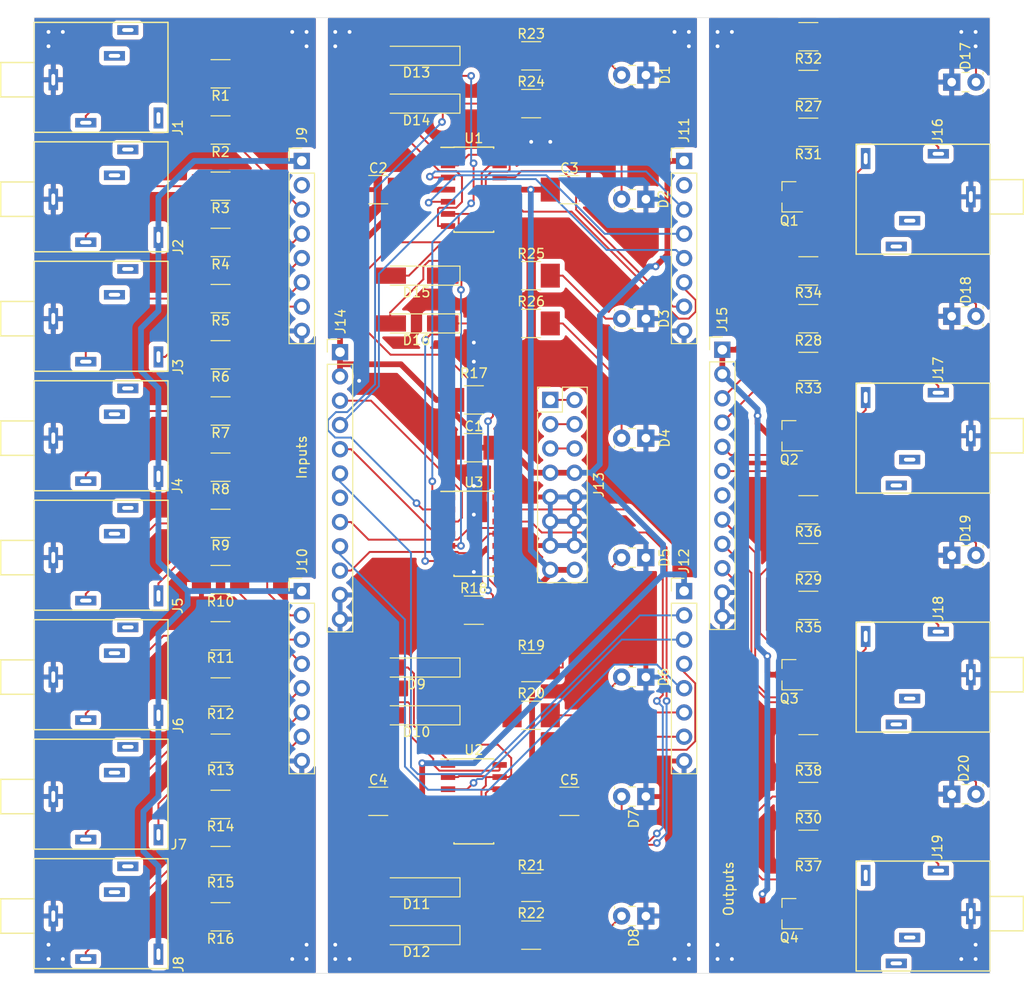
<source format=kicad_pcb>
(kicad_pcb (version 20241229) (generator "pcbnew") (generator_version "9.0")
  (layers (0 "F.Cu" signal) (2 "B.Cu" signal) (13 "F.Paste" user) (15 "B.Paste" user) (5 "F.SilkS" user "F.Silkscreen") (7 "B.SilkS" user "B.Silkscreen") (1 "F.Mask" user) (3 "B.Mask" user) (25 "Edge.Cuts" user))
  (net 0 "")
  (net 1 "/-12V_B")
  (net 2 "Net-(D1-Pad2)")
  (net 3 "Net-(D2-Pad2)")
  (net 4 "Net-(D3-Pad2)")
  (net 5 "Net-(D4-Pad2)")
  (net 6 "Net-(D5-Pad2)")
  (net 7 "Net-(D6-Pad2)")
  (net 8 "Net-(D7-Pad2)")
  (net 9 "Net-(D8-Pad2)")
  (net 10 "/GND_C")
  (net 11 "Net-(D17-Pad2)")
  (net 12 "Net-(D18-Pad2)")
  (net 13 "Net-(D19-Pad2)")
  (net 14 "Net-(D20-Pad2)")
  (net 15 "Net-(J1-Pad3)")
  (net 16 "Net-(J1-Pad2)")
  (net 17 "Net-(J2-Pad3)")
  (net 18 "Net-(J3-Pad3)")
  (net 19 "/1_Carry_A")
  (net 20 "Net-(J4-Pad3)")
  (net 21 "/2_Carry_A")
  (net 22 "Net-(J5-Pad3)")
  (net 23 "Net-(J6-Pad3)")
  (net 24 "Net-(J7-Pad3)")
  (net 25 "/3_Carry_A")
  (net 26 "Net-(J8-Pad3)")
  (net 27 "/IN2B_A")
  (net 28 "/IN2A_A")
  (net 29 "/IN1B_A")
  (net 30 "/IN1A_A")
  (net 31 "Net-(J9-Pad2)")
  (net 32 "/IN4B_A")
  (net 33 "/IN4A_A")
  (net 34 "/IN3B_A")
  (net 35 "/IN3A_A")
  (net 36 "Net-(J11-Pad2)")
  (net 37 "/IN1A_B")
  (net 38 "/IN1B_B")
  (net 39 "/1_Carry_B")
  (net 40 "/IN2A_B")
  (net 41 "/IN2B_B")
  (net 42 "/2_Carry_B")
  (net 43 "/IN3A_B")
  (net 44 "/IN3B_B")
  (net 45 "/3_Carry_B")
  (net 46 "/IN4A_B")
  (net 47 "/IN4B_B")
  (net 48 "Net-(J13-Pad5)")
  (net 49 "Net-(J13-Pad3)")
  (net 50 "Net-(J13-Pad1)")
  (net 51 "/Out4_B")
  (net 52 "/Out3_B")
  (net 53 "Net-(J14-Pad7)")
  (net 54 "/Out2_B")
  (net 55 "/Out1_B")
  (net 56 "/Out1_C")
  (net 57 "/1_Carry_C")
  (net 58 "/Out2_C")
  (net 59 "/2_Carry_C")
  (net 60 "Net-(J15-Pad7)")
  (net 61 "/Out3_C")
  (net 62 "/3_Carry_C")
  (net 63 "/Out4_C")
  (net 64 "Net-(J16-Pad3)")
  (net 65 "Net-(J17-Pad3)")
  (net 66 "Net-(J18-Pad3)")
  (net 67 "Net-(J19-Pad3)")
  (net 68 "Net-(J19-Pad2)")
  (net 69 "+12V_B")
  (net 70 "GND_B")
  (net 71 "GND_A")
  (net 72 "+12VDC_A")
  (net 73 "+12V_C")
  (net 74 "Net-(D9-Pad2)")
  (net 75 "Net-(D9-Pad1)")
  (net 76 "Net-(D10-Pad2)")
  (net 77 "Net-(D10-Pad1)")
  (net 78 "Net-(D11-Pad1)")
  (net 79 "Net-(D11-Pad2)")
  (net 80 "Net-(D12-Pad2)")
  (net 81 "Net-(D12-Pad1)")
  (net 82 "Net-(D13-Pad1)")
  (net 83 "Net-(D13-Pad2)")
  (net 84 "Net-(D14-Pad1)")
  (net 85 "Net-(D14-Pad2)")
  (net 86 "Net-(D15-Pad1)")
  (net 87 "Net-(D15-Pad2)")
  (net 88 "Net-(D16-Pad2)")
  (net 89 "Net-(D16-Pad1)")
  (net 90 "Net-(Q1-Pad2)")
  (net 91 "Net-(Q2-Pad2)")
  (net 92 "Net-(Q3-Pad2)")
  (net 93 "Net-(Q4-Pad2)")
  (net 94 "Bias")
  (footprint "LEDs:LED_Rectangular_W3.9mm_H1.9mm" (layer "F.Cu") (at 64 6.0147 180)
    (property "Reference" "D1")
    (property "Value" "LED")
  )
  (footprint "LEDs:LED_Rectangular_W3.9mm_H1.9mm" (layer "F.Cu") (at 64 19 180)
    (property "Reference" "D2")
    (property "Value" "LED")
  )
  (footprint "LEDs:LED_Rectangular_W3.9mm_H1.9mm" (layer "F.Cu") (at 64 31.5 180)
    (property "Reference" "D3")
    (property "Value" "LED")
  )
  (footprint "LEDs:LED_Rectangular_W3.9mm_H1.9mm" (layer "F.Cu") (at 64 44 180)
    (property "Reference" "D4")
    (property "Value" "LED")
  )
  (footprint "LEDs:LED_Rectangular_W3.9mm_H1.9mm" (layer "F.Cu") (at 64 56.5 180)
    (property "Reference" "D5")
    (property "Value" "LED")
  )
  (footprint "LEDs:LED_Rectangular_W3.9mm_H1.9mm" (layer "F.Cu") (at 64 69 180)
    (property "Reference" "D6")
    (property "Value" "LED")
  )
  (footprint "LEDs:LED_Rectangular_W3.9mm_H1.9mm" (layer "F.Cu") (at 64 81.5 180)
    (property "Reference" "D7")
    (property "Value" "LED")
  )
  (footprint "LEDs:LED_Rectangular_W3.9mm_H1.9mm" (layer "F.Cu") (at 64 94 180)
    (property "Reference" "D8")
    (property "Value" "LED")
  )
  (footprint "LEDs:LED_Rectangular_W3.9mm_H1.9mm" (layer "F.Cu") (at 96 6.75)
    (property "Reference" "D17")
    (property "Value" "LED")
  )
  (footprint "LEDs:LED_Rectangular_W3.9mm_H1.9mm" (layer "F.Cu") (at 96 31.25)
    (property "Reference" "D18")
    (property "Value" "LED")
  )
  (footprint "LEDs:LED_Rectangular_W3.9mm_H1.9mm" (layer "F.Cu") (at 96 56.25)
    (property "Reference" "D19")
    (property "Value" "LED")
  )
  (footprint "LEDs:LED_Rectangular_W3.9mm_H1.9mm" (layer "F.Cu") (at 96 81.25)
    (property "Reference" "D20")
    (property "Value" "LED")
  )
  (footprint "Pin_Headers:Pin_Header_Straight_1x08_Pitch2.54mm" (layer "F.Cu") (at 28 15)
    (property "Reference" "J9")
    (property "Value" "Conn_01x08")
  )
  (footprint "Pin_Headers:Pin_Header_Straight_1x08_Pitch2.54mm" (layer "F.Cu") (at 28 60)
    (property "Reference" "J10")
    (property "Value" "Conn_01x08")
  )
  (footprint "Pin_Headers:Pin_Header_Straight_1x08_Pitch2.54mm" (layer "F.Cu") (at 68 15)
    (property "Reference" "J11")
    (property "Value" "Conn_01x08")
  )
  (footprint "Pin_Headers:Pin_Header_Straight_1x08_Pitch2.54mm" (layer "F.Cu") (at 68 60)
    (property "Reference" "J12")
    (property "Value" "Conn_01x08")
  )
  (footprint "Pin_Headers:Pin_Header_Straight_2x08_Pitch2.54mm" (layer "F.Cu") (at 54 40)
    (property "Reference" "J13")
    (property "Value" "Conn_02x08_Odd_Even")
  )
  (footprint "Pin_Headers:Pin_Header_Straight_1x12_Pitch2.54mm" (layer "F.Cu") (at 32 35)
    (property "Reference" "J14")
    (property "Value" "Conn_01x12")
  )
  (footprint "Pin_Headers:Pin_Header_Straight_1x12_Pitch2.54mm" (layer "F.Cu") (at 72 34.75)
    (property "Reference" "J15")
    (property "Value" "Conn_01x12")
  )
  (footprint "Custom_Library:Mono_Jack_3.5mm_Switch_Switchcraft_35RAPC2AH3" (layer "F.Cu") (at 100 18.75 180)
    (property "Reference" "J16")
    (property "Value" "AudioJack1_Switch")
  )
  (footprint "Custom_Library:Mono_Jack_3.5mm_Switch_Switchcraft_35RAPC2AH3" (layer "F.Cu") (at 100 43.75 180)
    (property "Reference" "J17")
    (property "Value" "AudioJack1_Switch")
  )
  (footprint "Custom_Library:Mono_Jack_3.5mm_Switch_Switchcraft_35RAPC2AH3" (layer "F.Cu") (at 100 68.75 180)
    (property "Reference" "J18")
    (property "Value" "AudioJack1_Switch")
  )
  (footprint "Custom_Library:Mono_Jack_3.5mm_Switch_Switchcraft_35RAPC2AH3" (layer "F.Cu") (at 100 93.75 180)
    (property "Reference" "J19")
    (property "Value" "AudioJack1_Switch")
  )
  (footprint "Custom_Library:Mono_Jack_3.5mm_Switch_Switchcraft_35RAPC2AH3" (layer "F.Cu") (at 0 56.5)
    (property "Reference" "J5")
    (property "Value" "AudioJack1_Switch")
  )
  (footprint "Custom_Library:Mono_Jack_3.5mm_Switch_Switchcraft_35RAPC2AH3" (layer "F.Cu") (at 0 6.5)
    (property "Reference" "J1")
    (property "Value" "AudioJack1_Switch")
  )
  (footprint "Custom_Library:Mono_Jack_3.5mm_Switch_Switchcraft_35RAPC2AH3" (layer "F.Cu") (at 0 94)
    (property "Reference" "J8")
    (property "Value" "AudioJack1_Switch")
  )
  (footprint "Custom_Library:Mono_Jack_3.5mm_Switch_Switchcraft_35RAPC2AH3" (layer "F.Cu") (at 0 31.5)
    (property "Reference" "J3")
    (property "Value" "AudioJack1_Switch")
  )
  (footprint "Custom_Library:Mono_Jack_3.5mm_Switch_Switchcraft_35RAPC2AH3" (layer "F.Cu") (at 0 69)
    (property "Reference" "J6")
    (property "Value" "AudioJack1_Switch")
  )
  (footprint "Custom_Library:Mono_Jack_3.5mm_Switch_Switchcraft_35RAPC2AH3" (layer "F.Cu") (at 0 19)
    (property "Reference" "J2")
    (property "Value" "AudioJack1_Switch")
  )
  (footprint "Custom_Library:Mono_Jack_3.5mm_Switch_Switchcraft_35RAPC2AH3" (layer "F.Cu") (at 0 81.5)
    (property "Reference" "J7")
    (property "Value" "AudioJack1_Switch")
  )
  (footprint "Custom_Library:Mono_Jack_3.5mm_Switch_Switchcraft_35RAPC2AH3" (layer "F.Cu") (at 0 44)
    (property "Reference" "J4")
    (property "Value" "AudioJack1_Switch")
  )
  (footprint "Capacitors_SMD:C_1210_HandSoldering" (layer "F.Cu") (at 46 45)
    (property "Reference" "C1")
    (property "Value" "10uF")
  )
  (footprint "Capacitors_SMD:C_1210_HandSoldering" (layer "F.Cu") (at 36 18)
    (property "Reference" "C2")
    (property "Value" "10uF")
  )
  (footprint "Capacitors_SMD:C_1210_HandSoldering" (layer "F.Cu") (at 56 18)
    (property "Reference" "C3")
    (property "Value" "10uF")
  )
  (footprint "Capacitors_SMD:C_1210_HandSoldering" (layer "F.Cu") (at 36 82)
    (property "Reference" "C4")
    (property "Value" "10uF")
  )
  (footprint "Capacitors_SMD:C_1210_HandSoldering" (layer "F.Cu") (at 56 82)
    (property "Reference" "C5")
    (property "Value" "10uF")
  )
  (footprint "Diodes_SMD:D_MiniMELF_Handsoldering" (layer "F.Cu") (at 40 68 180)
    (property "Reference" "D9")
    (property "Value" "LL4148")
  )
  (footprint "Diodes_SMD:D_MiniMELF_Handsoldering" (layer "F.Cu") (at 40 73 180)
    (property "Reference" "D10")
    (property "Value" "LL4148")
  )
  (footprint "Diodes_SMD:D_MiniMELF_Handsoldering" (layer "F.Cu") (at 40 91 180)
    (property "Reference" "D11")
    (property "Value" "LL4148")
  )
  (footprint "Diodes_SMD:D_MiniMELF_Handsoldering" (layer "F.Cu") (at 40 96 180)
    (property "Reference" "D12")
    (property "Value" "LL4148")
  )
  (footprint "Diodes_SMD:D_MiniMELF_Handsoldering" (layer "F.Cu") (at 40 4 180)
    (property "Reference" "D13")
    (property "Value" "LL4148")
  )
  (footprint "Diodes_SMD:D_MiniMELF_Handsoldering" (layer "F.Cu") (at 40 9 180)
    (property "Reference" "D14")
    (property "Value" "LL4148")
  )
  (footprint "Diodes_SMD:D_MiniMELF_Handsoldering" (layer "F.Cu") (at 40 27 180)
    (property "Reference" "D15")
    (property "Value" "LL4148")
  )
  (footprint "Diodes_SMD:D_MiniMELF_Handsoldering" (layer "F.Cu") (at 40 32 180)
    (property "Reference" "D16")
    (property "Value" "LL4148")
  )
  (footprint "TO_SOT_Packages_SMD:SOT-23" (layer "F.Cu") (at 79 18.75 180)
    (property "Reference" "Q1")
    (property "Value" "MMBT3904")
  )
  (footprint "TO_SOT_Packages_SMD:SOT-23" (layer "F.Cu") (at 79 43.75 180)
    (property "Reference" "Q2")
    (property "Value" "MMBT3904")
  )
  (footprint "TO_SOT_Packages_SMD:SOT-23" (layer "F.Cu") (at 79 68.75 180)
    (property "Reference" "Q3")
    (property "Value" "MMBT3904")
  )
  (footprint "TO_SOT_Packages_SMD:SOT-23" (layer "F.Cu") (at 79 93.75 180)
    (property "Reference" "Q4")
    (property "Value" "MMBT3904")
  )
  (footprint "Resistors_SMD:R_1210_HandSoldering" (layer "F.Cu") (at 19.5 5.88 180)
    (property "Reference" "R1")
    (property "Value" "1k")
  )
  (footprint "Resistors_SMD:R_1210_HandSoldering" (layer "F.Cu") (at 19.5 11.76 180)
    (property "Reference" "R2")
    (property "Value" "100k")
  )
  (footprint "Resistors_SMD:R_1210_HandSoldering" (layer "F.Cu") (at 19.5 17.64 180)
    (property "Reference" "R3")
    (property "Value" "1k")
  )
  (footprint "Resistors_SMD:R_1210_HandSoldering" (layer "F.Cu") (at 19.5 23.52 180)
    (property "Reference" "R4")
    (property "Value" "100k")
  )
  (footprint "Resistors_SMD:R_1210_HandSoldering" (layer "F.Cu") (at 19.5 29.4 180)
    (property "Reference" "R5")
    (property "Value" "1k")
  )
  (footprint "Resistors_SMD:R_1210_HandSoldering" (layer "F.Cu") (at 19.5 35.28 180)
    (property "Reference" "R6")
    (property "Value" "100k")
  )
  (footprint "Resistors_SMD:R_1210_HandSoldering" (layer "F.Cu") (at 19.5 41.16 180)
    (property "Reference" "R7")
    (property "Value" "1k")
  )
  (footprint "Resistors_SMD:R_1210_HandSoldering" (layer "F.Cu") (at 19.5 47.04 180)
    (property "Reference" "R8")
    (property "Value" "100k")
  )
  (footprint "Resistors_SMD:R_1210_HandSoldering" (layer "F.Cu") (at 19.5 52.92 180)
    (property "Reference" "R9")
    (property "Value" "1k")
  )
  (footprint "Resistors_SMD:R_1210_HandSoldering" (layer "F.Cu") (at 19.5 58.8 180)
    (property "Reference" "R10")
    (property "Value" "100k")
  )
  (footprint "Resistors_SMD:R_1210_HandSoldering" (layer "F.Cu") (at 19.5 64.68 180)
    (property "Reference" "R11")
    (property "Value" "1k")
  )
  (footprint "Resistors_SMD:R_1210_HandSoldering" (layer "F.Cu") (at 19.5 70.56 180)
    (property "Reference" "R12")
    (property "Value" "100k")
  )
  (footprint "Resistors_SMD:R_1210_HandSoldering" (layer "F.Cu") (at 19.5 76.44 180)
    (property "Reference" "R13")
    (property "Value" "1k")
  )
  (footprint "Resistors_SMD:R_1210_HandSoldering" (layer "F.Cu") (at 19.5 82.32 180)
    (property "Reference" "R14")
    (property "Value" "100k")
  )
  (footprint "Resistors_SMD:R_1210_HandSoldering" (layer "F.Cu") (at 19.5 88.2 180)
    (property "Reference" "R15")
    (property "Value" "1k")
  )
  (footprint "Resistors_SMD:R_1210_HandSoldering" (layer "F.Cu") (at 19.5 94.08 180)
    (property "Reference" "R16")
    (property "Value" "100k")
  )
  (footprint "Resistors_SMD:R_1210_HandSoldering" (layer "F.Cu") (at 46 40 180)
    (property "Reference" "R17")
    (property "Value" "100k")
  )
  (footprint "Resistors_SMD:R_1210_HandSoldering" (layer "F.Cu") (at 46 62)
    (property "Reference" "R18")
    (property "Value" "10k")
  )
  (footprint "Resistors_SMD:R_1210_HandSoldering" (layer "F.Cu") (at 52 68)
    (property "Reference" "R19")
    (property "Value" "2k7")
  )
  (footprint "Resistors_SMD:R_1210_HandSoldering" (layer "F.Cu") (at 52 73)
    (property "Reference" "R20")
    (property "Value" "2k7")
  )
  (footprint "Resistors_SMD:R_1210_HandSoldering" (layer "F.Cu") (at 52 91)
    (property "Reference" "R21")
    (property "Value" "2k7")
  )
  (footprint "Resistors_SMD:R_1210_HandSoldering" (layer "F.Cu") (at 52 96)
    (property "Reference" "R22")
    (property "Value" "2k7")
  )
  (footprint "Resistors_SMD:R_1210_HandSoldering" (layer "F.Cu") (at 52 4)
    (property "Reference" "R23")
    (property "Value" "2k7")
  )
  (footprint "Resistors_SMD:R_1210_HandSoldering" (layer "F.Cu") (at 52 9)
    (property "Reference" "R24")
    (property "Value" "2k7")
  )
  (footprint "Resistors_SMD:R_1210_HandSoldering" (layer "F.Cu") (at 52 27)
    (property "Reference" "R25")
    (property "Value" "2k7")
  )
  (footprint "Resistors_SMD:R_1210_HandSoldering" (layer "F.Cu") (at 52 32)
    (property "Reference" "R26")
    (property "Value" "2k7")
  )
  (footprint "Resistors_SMD:R_1210_HandSoldering" (layer "F.Cu") (at 81 7 180)
    (property "Reference" "R27")
    (property "Value" "1k")
  )
  (footprint "Resistors_SMD:R_1210_HandSoldering" (layer "F.Cu") (at 81 31.5 180)
    (property "Reference" "R28")
    (property "Value" "1k")
  )
  (footprint "Resistors_SMD:R_1210_HandSoldering" (layer "F.Cu") (at 81 56.5 180)
    (property "Reference" "R29")
    (property "Value" "1k")
  )
  (footprint "Resistors_SMD:R_1210_HandSoldering" (layer "F.Cu") (at 81 81.5 180)
    (property "Reference" "R30")
    (property "Value" "1k")
  )
  (footprint "Resistors_SMD:R_1210_HandSoldering" (layer "F.Cu") (at 81 12 180)
    (property "Reference" "R31")
    (property "Value" "1k")
  )
  (footprint "Resistors_SMD:R_1210_HandSoldering" (layer "F.Cu") (at 81 2 180)
    (property "Reference" "R32")
    (property "Value" "2k7")
  )
  (footprint "Resistors_SMD:R_1210_HandSoldering" (layer "F.Cu") (at 81 36.5 180)
    (property "Reference" "R33")
    (property "Value" "1k")
  )
  (footprint "Resistors_SMD:R_1210_HandSoldering" (layer "F.Cu") (at 81 26.5 180)
    (property "Reference" "R34")
    (property "Value" "2k7")
  )
  (footprint "Resistors_SMD:R_1210_HandSoldering" (layer "F.Cu") (at 81 61.5 180)
    (property "Reference" "R35")
    (property "Value" "1k")
  )
  (footprint "Resistors_SMD:R_1210_HandSoldering" (layer "F.Cu") (at 81 51.5 180)
    (property "Reference" "R36")
    (property "Value" "2k7")
  )
  (footprint "Resistors_SMD:R_1210_HandSoldering" (layer "F.Cu") (at 81 86.5 180)
    (property "Reference" "R37")
    (property "Value" "1k")
  )
  (footprint "Resistors_SMD:R_1210_HandSoldering" (layer "F.Cu") (at 81 76.5 180)
    (property "Reference" "R38")
    (property "Value" "2k7")
  )
  (footprint "Housings_SOIC:SOIC-14_3.9x8.7mm_Pitch1.27mm" (layer "F.Cu") (at 46 18)
    (property "Reference" "U1")
    (property "Value" "TL074")
  )
  (footprint "Housings_SOIC:SOIC-14_3.9x8.7mm_Pitch1.27mm" (layer "F.Cu") (at 46 82)
    (property "Reference" "U2")
    (property "Value" "TL074")
  )
  (footprint "Housings_SOIC:SOIC-14_3.9x8.7mm_Pitch1.27mm" (layer "F.Cu") (at 46 54)
    (property "Reference" "U3")
    (property "Value" "CD4071")
  )
  (gr_line (start 0 0) (end 100 0) (stroke (width 0.05)) (layer "Edge.Cuts"))
  (gr_line (start 0 100) (end 100 100) (stroke (width 0.05)) (layer "Edge.Cuts"))
  (gr_line (start 100 0) (end 100 100) (stroke (width 0.05)) (layer "Edge.Cuts"))
  (gr_line (start 0 0) (end 0 100) (stroke (width 0.05)) (layer "Edge.Cuts"))
  (gr_text "Outputs" (at 72.6567 91.14282 90) (layer "F.SilkS") (effects (font (size 1 1))))
  (gr_text "Inputs" (at 28 46 90) (layer "F.SilkS") (effects (font (size 1 1))))
  (segment (start 54 57.78) (end 54.4501 57.78) (width 0.6) (layer "F.Cu") (net 1))
  (segment (start 54 82) (end 53.0499 82) (width 0.6) (layer "F.Cu") (net 1))
  (segment (start 51.9582 18) (end 48.7 18) (width 0.6) (layer "F.Cu") (net 1))
  (segment (start 53.0499 82) (end 52.0997 82) (width 0.6) (layer "F.Cu") (net 1))
  (segment (start 54.4501 57.78) (end 56.54 57.78) (width 0.6) (layer "F.Cu") (net 1))
  (segment (start 51.9582 18) (end 51.9582 17.99997) (width 0.6) (layer "F.Cu") (net 1))
  (segment (start 54 18) (end 52.0997 18) (width 0.6) (layer "F.Cu") (net 1))
  (segment (start 52.0997 82) (end 48.7 82) (width 0.6) (layer "F.Cu") (net 1))
  (segment (start 54.4501 57.78) (end 52.0997 60.1304) (width 0.6) (layer "F.Cu") (net 1))
  (segment (start 52.0997 18) (end 51.9582 18) (width 0.6) (layer "F.Cu") (net 1))
  (segment (start 52.0997 60.1304) (end 52.0997 82) (width 0.6) (layer "F.Cu") (net 1))
  (via (at 51.9582 17.99997) (size 0.8) (drill 0.4) (layers "F.Cu" "B.Cu") (net 1))
  (segment (start 51.9582 55.7382) (end 51.9582 17.99997) (width 0.6) (layer "B.Cu") (net 1))
  (segment (start 54 57.78) (end 51.9582 55.7382) (width 0.6) (layer "B.Cu") (net 1))
  (segment (start 59.4453 4) (end 61.46 6.0147) (width 0.2) (layer "F.Cu") (net 2))
  (segment (start 54 4) (end 59.4453 4) (width 0.2) (layer "F.Cu") (net 2))
  (segment (start 55.3003 9) (end 61.46 15.1597) (width 0.2) (layer "F.Cu") (net 3))
  (segment (start 61.46 15.1597) (end 61.46 19) (width 0.2) (layer "F.Cu") (net 3))
  (segment (start 54 9) (end 55.3003 9) (width 0.2) (layer "F.Cu") (net 3))
  (segment (start 55.3003 27) (end 59.8003 31.5) (width 0.2) (layer "F.Cu") (net 4))
  (segment (start 59.8003 31.5) (end 61.46 31.5) (width 0.2) (layer "F.Cu") (net 4))
  (segment (start 54 27) (end 55.3003 27) (width 0.2) (layer "F.Cu") (net 4))
  (segment (start 61.46 38.1597) (end 61.46 44) (width 0.2) (layer "F.Cu") (net 5))
  (segment (start 55.3003 32) (end 61.46 38.1597) (width 0.2) (layer "F.Cu") (net 5))
  (segment (start 54 32) (end 55.3003 32) (width 0.2) (layer "F.Cu") (net 5))
  (segment (start 55.3003 62.6597) (end 61.46 56.5) (width 0.2) (layer "F.Cu") (net 6))
  (segment (start 54 68) (end 55.3003 68) (width 0.2) (layer "F.Cu") (net 6))
  (segment (start 55.3003 68) (end 55.3003 62.6597) (width 0.2) (layer "F.Cu") (net 6))
  (segment (start 57.46 73) (end 61.46 69) (width 0.2) (layer "F.Cu") (net 7))
  (segment (start 54 73) (end 57.46 73) (width 0.2) (layer "F.Cu") (net 7))
  (segment (start 61.468 85.09) (end 61.468 81.508) (width 0.2) (layer "F.Cu") (net 8))
  (segment (start 55.558 91) (end 61.468 85.09) (width 0.2) (layer "F.Cu") (net 8))
  (segment (start 54 91) (end 55.558 91) (width 0.2) (layer "F.Cu") (net 8))
  (segment (start 61.468 81.508) (end 61.46 81.5) (width 0.2) (layer "F.Cu") (net 8))
  (segment (start 54 96) (end 59.46 96) (width 0.2) (layer "F.Cu") (net 9))
  (segment (start 59.46 96) (end 61.46 94) (width 0.2) (layer "F.Cu") (net 9))
  (via (at 73 1.5) (size 0.8) (drill 0.4) (layers "F.Cu" "B.Cu") (net 10))
  (via (at 98.5 3) (size 0.8) (drill 0.4) (layers "F.Cu" "B.Cu") (net 10))
  (via (at 97 98.5) (size 0.8) (drill 0.4) (layers "F.Cu" "B.Cu") (net 10))
  (via (at 71.5 3) (size 0.8) (drill 0.4) (layers "F.Cu" "B.Cu") (net 10))
  (via (at 98.5 1.5) (size 0.8) (drill 0.4) (layers "F.Cu" "B.Cu") (net 10))
  (via (at 98.5 98.5) (size 0.8) (drill 0.4) (layers "F.Cu" "B.Cu") (net 10))
  (via (at 71.5 98.5) (size 0.8) (drill 0.4) (layers "F.Cu" "B.Cu") (net 10))
  (via (at 71.5 97) (size 0.8) (drill 0.4) (layers "F.Cu" "B.Cu") (net 10))
  (via (at 98.5 97) (size 0.8) (drill 0.4) (layers "F.Cu" "B.Cu") (net 10))
  (via (at 97 1.5) (size 0.8) (drill 0.4) (layers "F.Cu" "B.Cu") (net 10))
  (via (at 73 98.5) (size 0.8) (drill 0.4) (layers "F.Cu" "B.Cu") (net 10))
  (via (at 71.5 1.5) (size 0.8) (drill 0.4) (layers "F.Cu" "B.Cu") (net 10))
  (segment (start 98.54 5.068) (end 98.54 6.75) (width 0.2) (layer "F.Cu") (net 11))
  (segment (start 95.504 2.032) (end 98.54 5.068) (width 0.2) (layer "F.Cu") (net 11))
  (segment (start 84.2 2) (end 84.232 2.032) (width 0.2) (layer "F.Cu") (net 11))
  (segment (start 84.232 2.032) (end 95.504 2.032) (width 0.2) (layer "F.Cu") (net 11))
  (segment (start 83 2) (end 84.2 2) (width 0.2) (layer "F.Cu") (net 11))
  (segment (start 83 26.5) (end 95.0628 26.5) (width 0.2) (layer "F.Cu") (net 12))
  (segment (start 95.0628 26.5) (end 98.54 29.9772) (width 0.2) (layer "F.Cu") (net 12))
  (segment (start 98.54 29.9772) (end 98.54 31.25) (width 0.2) (layer "F.Cu") (net 12))
  (segment (start 83 51.5) (end 95.0628 51.5) (width 0.2) (layer "F.Cu") (net 13))
  (segment (start 95.0628 51.5) (end 98.54 54.9772) (width 0.2) (layer "F.Cu") (net 13))
  (segment (start 98.54 54.9772) (end 98.54 56.25) (width 0.2) (layer "F.Cu") (net 13))
  (segment (start 83 76.5) (end 95.0628 76.5) (width 0.2) (layer "F.Cu") (net 14))
  (segment (start 95.0628 76.5) (end 98.54 79.9772) (width 0.2) (layer "F.Cu") (net 14))
  (segment (start 98.54 79.9772) (end 98.54 81.25) (width 0.2) (layer "F.Cu") (net 14))
  (segment (start 5.4 11) (end 5.4 10.3) (width 0.2) (layer "F.Cu") (net 15))
  (segment (start 9.82 5.88) (end 17.5 5.88) (width 0.2) (layer "F.Cu") (net 15))
  (segment (start 5.4 10.3) (end 9.82 5.88) (width 0.2) (layer "F.Cu") (net 15))
  (segment (start 10.56 17.64) (end 17.5 17.64) (width 0.2) (layer "F.Cu") (net 17))
  (segment (start 5.4 22.8) (end 10.56 17.64) (width 0.2) (layer "F.Cu") (net 17))
  (segment (start 5.4 23.5) (end 5.4 22.8) (width 0.2) (layer "F.Cu") (net 17))
  (segment (start 5.4 34.986) (end 10.986 29.4) (width 0.2) (layer "F.Cu") (net 18))
  (segment (start 5.4 36) (end 5.4 34.986) (width 0.2) (layer "F.Cu") (net 18))
  (segment (start 10.986 29.4) (end 17.5 29.4) (width 0.2) (layer "F.Cu") (net 18))
  (segment (start 15.748 32.258) (end 18.796 32.258) (width 0.2) (layer "F.Cu") (net 19))
  (segment (start 19.558 31.496) (end 19.558 27.178) (width 0.2) (layer "F.Cu") (net 19))
  (segment (start 13 35.5) (end 13.7 35.5) (width 0.2) (layer "F.Cu") (net 19))
  (segment (start 14.986 34.214) (end 14.986 33.02) (width 0.2) (layer "F.Cu") (net 19))
  (segment (start 18.796 32.258) (end 19.558 31.496) (width 0.2) (layer "F.Cu") (net 19))
  (segment (start 13.7 35.5) (end 14.986 34.214) (width 0.2) (layer "F.Cu") (net 19))
  (segment (start 19.558 27.178) (end 20.574 26.162) (width 0.2) (layer "F.Cu") (net 19))
  (segment (start 20.574 26.162) (end 26.998 26.162) (width 0.2) (layer "F.Cu") (net 19))
  (segment (start 26.998 26.162) (end 28 25.16) (width 0.2) (layer "F.Cu") (net 19))
  (segment (start 14.986 33.02) (end 15.748 32.258) (width 0.2) (layer "F.Cu") (net 19))
  (segment (start 5.4 47.8) (end 12.04 41.16) (width 0.2) (layer "F.Cu") (net 20))
  (segment (start 5.4 48.5) (end 5.4 47.8) (width 0.2) (layer "F.Cu") (net 20))
  (segment (start 12.04 41.16) (end 17.5 41.16) (width 0.2) (layer "F.Cu") (net 20))
  (segment (start 13 59.2) (end 16.32 55.88) (width 0.2) (layer "F.Cu") (net 21))
  (segment (start 19.05 55.88) (end 19.558 55.372) (width 0.2) (layer "F.Cu") (net 21))
  (segment (start 24.384 60.1261) (end 26.7979 62.54) (width 0.2) (layer "F.Cu") (net 21))
  (segment (start 26.7979 62.54) (end 28 62.54) (width 0.2) (layer "F.Cu") (net 21))
  (segment (start 20.574 50.546) (end 23.368 50.546) (width 0.2) (layer "F.Cu") (net 21))
  (segment (start 16.32 55.88) (end 19.05 55.88) (width 0.2) (layer "F.Cu") (net 21))
  (segment (start 23.368 50.546) (end 24.384 51.562) (width 0.2) (layer "F.Cu") (net 21))
  (segment (start 19.558 51.562) (end 20.574 50.546) (width 0.2) (layer "F.Cu") (net 21))
  (segment (start 19.558 55.372) (end 19.558 51.562) (width 0.2) (layer "F.Cu") (net 21))
  (segment (start 24.384 51.562) (end 24.384 60.1261) (width 0.2) (layer "F.Cu") (net 21))
  (segment (start 13 60.5) (end 13 59.2) (width 0.2) (layer "F.Cu") (net 21))
  (segment (start 5.4 60.3) (end 12.78 52.92) (width 0.2) (layer "F.Cu") (net 22))
  (segment (start 5.4 61) (end 5.4 60.3) (width 0.2) (layer "F.Cu") (net 22))
  (segment (start 12.78 52.92) (end 17.5 52.92) (width 0.2) (layer "F.Cu") (net 22))
  (segment (start 13.52 64.68) (end 17.5 64.68) (width 0.2) (layer "F.Cu") (net 23))
  (segment (start 5.4 73.5) (end 5.4 72.8) (width 0.2) (layer "F.Cu") (net 23))
  (segment (start 5.4 72.8) (end 13.52 64.68) (width 0.2) (layer "F.Cu") (net 23))
  (segment (start 14.26 76.44) (end 17.5 76.44) (width 0.2) (layer "F.Cu") (net 24))
  (segment (start 5.4 86) (end 5.4 85.3) (width 0.2) (layer "F.Cu") (net 24))
  (segment (start 5.4 85.3) (end 14.26 76.44) (width 0.2) (layer "F.Cu") (net 24))
  (segment (start 20.828 73.406) (end 24.754 73.406) (width 0.2) (layer "F.Cu") (net 25))
  (segment (start 18.288 79.248) (end 19.558 77.978) (width 0.2) (layer "F.Cu") (net 25))
  (segment (start 19.558 74.676) (end 20.828 73.406) (width 0.2) (layer "F.Cu") (net 25))
  (segment (start 19.558 77.978) (end 19.558 74.676) (width 0.2) (layer "F.Cu") (net 25))
  (segment (start 16.002 79.248) (end 18.288 79.248) (width 0.2) (layer "F.Cu") (net 25))
  (segment (start 24.754 73.406) (end 28 70.16) (width 0.2) (layer "F.Cu") (net 25))
  (segment (start 13 85.5) (end 13 82.25) (width 0.2) (layer "F.Cu") (net 25))
  (segment (start 13 82.25) (end 16.002 79.248) (width 0.2) (layer "F.Cu") (net 25))
  (segment (start 15 88.2) (end 17.5 88.2) (width 0.2) (layer "F.Cu") (net 26))
  (segment (start 5.4 97.8) (end 15 88.2) (width 0.2) (layer "F.Cu") (net 26))
  (segment (start 5.4 98.5) (end 5.4 97.8) (width 0.2) (layer "F.Cu") (net 26))
  (segment (start 21.5 47.04) (end 21.5 41.16) (width 0.2) (layer "F.Cu") (net 27))
  (segment (start 21.5 41.16) (end 22.7 41.16) (width 0.2) (layer "F.Cu") (net 27))
  (segment (start 25.4 31.496) (end 26.656 30.24) (width 0.2) (layer "F.Cu") (net 27))
  (segment (start 25.4 38.46) (end 25.4 31.496) (width 0.2) (layer "F.Cu") (net 27))
  (segment (start 22.7 41.16) (end 25.4 38.46) (width 0.2) (layer "F.Cu") (net 27))
  (segment (start 26.656 30.24) (end 28 30.24) (width 0.2) (layer "F.Cu") (net 27))
  (segment (start 21.5 29.4) (end 26.3 29.4) (width 0.2) (layer "F.Cu") (net 28))
  (segment (start 26.3 29.4) (end 28 27.7) (width 0.2) (layer "F.Cu") (net 28))
  (segment (start 21.5 29.4) (end 21.5 35.28) (width 0.2) (layer "F.Cu") (net 28))
  (segment (start 21.5 17.64) (end 21.5 23.52) (width 0.2) (layer "F.Cu") (net 29))
  (segment (start 21.5 23.52) (end 27.1 23.52) (width 0.2) (layer "F.Cu") (net 29))
  (segment (start 27.1 23.52) (end 28 22.62) (width 0.2) (layer "F.Cu") (net 29))
  (segment (start 21.5 13.58) (end 28 20.08) (width 0.2) (layer "F.Cu") (net 30))
  (segment (start 21.5 11.76) (end 21.5 13.58) (width 0.2) (layer "F.Cu") (net 30))
  (segment (start 21.5 5.88) (end 21.5 11.76) (width 0.2) (layer "F.Cu") (net 30))
  (segment (start 25.4 85.5) (end 25.4 77.84) (width 0.2) (layer "F.Cu") (net 32))
  (segment (start 22.7 88.2) (end 25.4 85.5) (width 0.2) (layer "F.Cu") (net 32))
  (segment (start 21.5 94.08) (end 21.5 88.2) (width 0.2) (layer "F.Cu") (net 32))
  (segment (start 21.5 88.2) (end 22.7 88.2) (width 0.2) (layer "F.Cu") (net 32))
  (segment (start 25.4 77.84) (end 28 75.24) (width 0.2) (layer "F.Cu") (net 32))
  (segment (start 21.5 76.44) (end 24.26 76.44) (width 0.2) (layer "F.Cu") (net 33))
  (segment (start 21.5 82.32) (end 21.5 76.44) (width 0.2) (layer "F.Cu") (net 33))
  (segment (start 24.26 76.44) (end 28 72.7) (width 0.2) (layer "F.Cu") (net 33))
  (segment (start 25.06 64.68) (end 21.5 64.68) (width 0.2) (layer "F.Cu") (net 34))
  (segment (start 21.5 70.56) (end 21.5 64.68) (width 0.2) (layer "F.Cu") (net 34))
  (segment (start 28 67.62) (end 25.06 64.68) (width 0.2) (layer "F.Cu") (net 34))
  (segment (start 21.5 52.92) (end 21.5 58.8) (width 0.2) (layer "F.Cu") (net 35))
  (segment (start 21.5 60.25) (end 26.33 65.08) (width 0.2) (layer "F.Cu") (net 35))
  (segment (start 21.5 58.8) (end 21.5 60.25) (width 0.2) (layer "F.Cu") (net 35))
  (segment (start 26.33 65.08) (end 28 65.08) (width 0.2) (layer "F.Cu") (net 35))
  (segment (start 41.489915 16.73) (end 41.396915 16.637) (width 0.2) (layer "F.Cu") (net 37))
  (segment (start 43.3 16.73) (end 41.489915 16.73) (width 0.2) (layer "F.Cu") (net 37))
  (via (at 41.396915 16.637) (size 0.8) (drill 0.4) (layers "F.Cu" "B.Cu") (net 37))
  (segment (start 64.019961 16.099961) (end 41.933954 16.099961) (width 0.2) (layer "B.Cu") (net 37))
  (segment (start 41.933954 16.099961) (end 41.796914 16.237001) (width 0.2) (layer "B.Cu") (net 37))
  (segment (start 41.796914 16.237001) (end 41.396915 16.637) (width 0.2) (layer "B.Cu") (net 37))
  (segment (start 68 20.08) (end 64.019961 16.099961) (width 0.2) (layer "B.Cu") (net 37))
  (segment (start 41.369012 19.27) (end 41.275 19.364012) (width 0.2) (layer "F.Cu") (net 38))
  (segment (start 43.3 19.27) (end 41.369012 19.27) (width 0.2) (layer "F.Cu") (net 38))
  (via (at 41.275 19.364012) (size 0.8) (drill 0.4) (layers "F.Cu" "B.Cu") (net 38))
  (segment (start 44.139044 16.499968) (end 41.674999 18.964013) (width 0.2) (layer "B.Cu") (net 38))
  (segment (start 41.674999 18.964013) (end 41.275 19.364012) (width 0.2) (layer "B.Cu") (net 38))
  (segment (start 59.6946 22.62) (end 53.574568 16.499968) (width 0.2) (layer "B.Cu") (net 38))
  (segment (start 53.574568 16.499968) (end 44.139044 16.499968) (width 0.2) (layer "B.Cu") (net 38))
  (segment (start 68 22.62) (end 59.6946 22.62) (width 0.2) (layer "B.Cu") (net 38))
  (segment (start 32 42.62) (end 36.068 38.552) (width 0.2) (layer "B.Cu") (net 39))
  (segment (start 45.965031 16.899969) (end 52.478469 16.899969) (width 0.2) (layer "B.Cu") (net 39))
  (segment (start 36.068 38.552) (end 36.068 26.797) (width 0.2) (layer "B.Cu") (net 39))
  (segment (start 36.068 26.797) (end 45.965031 16.899969) (width 0.2) (layer "B.Cu") (net 39))
  (segment (start 52.478469 16.899969) (end 59.888501 24.310001) (width 0.2) (layer "B.Cu") (net 39))
  (segment (start 67.150001 24.310001) (end 68 25.16) (width 0.2) (layer "B.Cu") (net 39))
  (segment (start 59.888501 24.310001) (end 67.150001 24.310001) (width 0.2) (layer "B.Cu") (net 39))
  (segment (start 50.15 19.27) (end 48.7 19.27) (width 0.2) (layer "F.Cu") (net 40))
  (segment (start 69.215 29.55735) (end 69.215 30.7604) (width 0.2) (layer "F.Cu") (net 40))
  (segment (start 56.2322 20.3035) (end 51.1835 20.3035) (width 0.2) (layer "F.Cu") (net 40))
  (segment (start 68.4794 31.496) (end 67.4247 31.496) (width 0.2) (layer "F.Cu") (net 40))
  (segment (start 69.215 30.7604) (end 68.4794 31.496) (width 0.2) (layer "F.Cu") (net 40))
  (segment (start 67.4247 31.496) (end 56.2322 20.3035) (width 0.2) (layer "F.Cu") (net 40))
  (segment (start 68 28.34235) (end 69.215 29.55735) (width 0.2) (layer "F.Cu") (net 40))
  (segment (start 51.1835 20.3035) (end 50.15 19.27) (width 0.2) (layer "F.Cu") (net 40))
  (segment (start 68 27.7) (end 68 28.34235) (width 0.2) (layer "F.Cu") (net 40))
  (segment (start 66.8497 30.24) (end 56.6996 20.0899) (width 0.2) (layer "F.Cu") (net 41))
  (segment (start 56.6996 20.0899) (end 56.6996 17.4193) (width 0.2) (layer "F.Cu") (net 41))
  (segment (start 56.6996 17.4193) (end 55.3299 16.0496) (width 0.2) (layer "F.Cu") (net 41))
  (segment (start 50.9696 16.0496) (end 50.2892 16.73) (width 0.2) (layer "F.Cu") (net 41))
  (segment (start 50.2892 16.73) (end 48.7 16.73) (width 0.2) (layer "F.Cu") (net 41))
  (segment (start 55.3299 16.0496) (end 50.9696 16.0496) (width 0.2) (layer "F.Cu") (net 41))
  (segment (start 68 30.24) (end 66.8497 30.24) (width 0.2) (layer "F.Cu") (net 41))
  (segment (start 40.1446 79.1511) (end 46.764 79.1511) (width 0.2) (layer "B.Cu") (net 42))
  (segment (start 39.4234 55.9861) (end 39.4234 78.4299) (width 0.2) (layer "B.Cu") (net 42))
  (segment (start 63.3751 62.54) (end 68 62.54) (width 0.2) (layer "B.Cu") (net 42))
  (segment (start 32 48.5627) (end 39.4234 55.9861) (width 0.2) (layer "B.Cu") (net 42))
  (segment (start 39.4234 78.4299) (end 40.1446 79.1511) (width 0.2) (layer "B.Cu") (net 42))
  (segment (start 46.764 79.1511) (end 63.3751 62.54) (width 0.2) (layer "B.Cu") (net 42))
  (segment (start 32 47.7) (end 32 48.5627) (width 0.2) (layer "B.Cu") (net 42))
  (segment (start 45.574001 80.464799) (end 45.974 80.0648) (width 0.2) (layer "F.Cu") (net 43))
  (segment (start 43.3 80.73) (end 45.3088 80.73) (width 0.2) (layer "F.Cu") (net 43))
  (segment (start 45.3088 80.73) (end 45.574001 80.464799) (width 0.2) (layer "F.Cu") (net 43))
  (via (at 45.974 80.0648) (size 0.8) (drill 0.4) (layers "F.Cu" "B.Cu") (net 43))
  (segment (start 46.373999 79.664801) (end 45.974 80.0648) (width 0.2) (layer "B.Cu") (net 43))
  (segment (start 61.4668 65.08) (end 46.881999 79.664801) (width 0.2) (layer "B.Cu") (net 43))
  (segment (start 68 65.08) (end 61.4668 65.08) (width 0.2) (layer "B.Cu") (net 43))
  (segment (start 46.881999 79.664801) (end 46.373999 79.664801) (width 0.2) (layer "B.Cu") (net 43))
  (segment (start 68 68.4827) (end 69.1651 69.6478) (width 0.2) (layer "F.Cu") (net 44))
  (segment (start 42.037 84.963) (end 42.037 84.212998) (width 0.2) (layer "F.Cu") (net 44))
  (segment (start 68 67.62) (end 68 68.4827) (width 0.2) (layer "F.Cu") (net 44))
  (segment (start 56.6987 80.6145) (end 56.6987 83.71) (width 0.2) (layer "F.Cu") (net 44))
  (segment (start 69.1651 75.7108) (end 68.2692 76.6067) (width 0.2) (layer "F.Cu") (net 44))
  (segment (start 43.3 83.7) (end 43.3 83.27) (width 0.2) (layer "F.Cu") (net 44))
  (segment (start 43.060001 83.939999) (end 43.3 83.7) (width 0.2) (layer "F.Cu") (net 44))
  (segment (start 55.265 85.1437) (end 42.2177 85.1437) (width 0.2) (layer "F.Cu") (net 44))
  (segment (start 69.1651 69.6478) (end 69.1651 75.7108) (width 0.2) (layer "F.Cu") (net 44))
  (segment (start 68.2692 76.6067) (end 60.7065 76.6067) (width 0.2) (layer "F.Cu") (net 44))
  (segment (start 56.6987 83.71) (end 55.265 85.1437) (width 0.2) (layer "F.Cu") (net 44))
  (segment (start 60.7065 76.6067) (end 56.6987 80.6145) (width 0.2) (layer "F.Cu") (net 44))
  (segment (start 42.309999 83.939999) (end 43.060001 83.939999) (width 0.2) (layer "F.Cu") (net 44))
  (segment (start 42.037 84.212998) (end 42.309999 83.939999) (width 0.2) (layer "F.Cu") (net 44))
  (segment (start 42.2177 85.1437) (end 42.037 84.963) (width 0.2) (layer "F.Cu") (net 44))
  (segment (start 32 56.1826) (end 38.7905 62.9731) (width 0.2) (layer "B.Cu") (net 45))
  (segment (start 38.7905 62.9731) (end 38.7905 78.3631) (width 0.2) (layer "B.Cu") (net 45))
  (segment (start 38.7905 78.3631) (end 41.2136 80.7862) (width 0.2) (layer "B.Cu") (net 45))
  (segment (start 41.2136 80.7862) (end 47.5882 80.7862) (width 0.2) (layer "B.Cu") (net 45))
  (segment (start 32 55.32) (end 32 56.1826) (width 0.2) (layer "B.Cu") (net 45))
  (segment (start 65.151 67.691) (end 67.62 70.16) (width 0.2) (layer "B.Cu") (net 45))
  (segment (start 47.5882 80.7862) (end 60.6834 67.691) (width 0.2) (layer "B.Cu") (net 45))
  (segment (start 60.6834 67.691) (end 65.151 67.691) (width 0.2) (layer "B.Cu") (net 45))
  (segment (start 67.62 70.16) (end 68 70.16) (width 0.2) (layer "B.Cu") (net 45))
  (segment (start 51.2734 83.27) (end 48.7 83.27) (width 0.2) (layer "F.Cu") (net 46))
  (segment (start 51.964 83.9606) (end 51.2734 83.27) (width 0.2) (layer "F.Cu") (net 46))
  (segment (start 55.7677 83.5063) (end 55.3134 83.9606) (width 0.2) (layer "F.Cu") (net 46))
  (segment (start 68 72.7) (end 63.4722 72.7) (width 0.2) (layer "F.Cu") (net 46))
  (segment (start 55.7677 80.4045) (end 55.7677 83.5063) (width 0.2) (layer "F.Cu") (net 46))
  (segment (start 55.3134 83.9606) (end 51.964 83.9606) (width 0.2) (layer "F.Cu") (net 46))
  (segment (start 63.4722 72.7) (end 55.7677 80.4045) (width 0.2) (layer "F.Cu") (net 46))
  (segment (start 47.7719 83.8703) (end 47.2496 83.348) (width 0.2) (layer "F.Cu") (net 47))
  (segment (start 47.2496 81.1301) (end 47.6497 80.73) (width 0.2) (layer "F.Cu") (net 47))
  (segment (start 56.2971 83.543) (end 55.4792 84.3609) (width 0.2) (layer "F.Cu") (net 47))
  (segment (start 48.7 80.73) (end 47.6497 80.73) (width 0.2) (layer "F.Cu") (net 47))
  (segment (start 68 75.24) (end 66.8497 75.24) (width 0.2) (layer "F.Cu") (net 47))
  (segment (start 56.2971 80.4498) (end 56.2971 83.543) (width 0.2) (layer "F.Cu") (net 47))
  (segment (start 50.3083 84.3609) (end 49.8177 83.8703) (width 0.2) (layer "F.Cu") (net 47))
  (segment (start 49.8177 83.8703) (end 47.7719 83.8703) (width 0.2) (layer "F.Cu") (net 47))
  (segment (start 55.4792 84.3609) (end 50.3083 84.3609) (width 0.2) (layer "F.Cu") (net 47))
  (segment (start 66.8497 75.2401) (end 61.5068 75.2401) (width 0.2) (layer "F.Cu") (net 47))
  (segment (start 61.5068 75.2401) (end 56.2971 80.4498) (width 0.2) (layer "F.Cu") (net 47))
  (segment (start 66.8497 75.24) (end 66.8497 75.2401) (width 0.2) (layer "F.Cu") (net 47))
  (segment (start 47.2496 83.348) (end 47.2496 81.1301) (width 0.2) (layer "F.Cu") (net 47))
  (segment (start 54 45.08) (end 56.54 45.08) (width 0.2) (layer "F.Cu") (net 48))
  (segment (start 54 42.54) (end 56.54 42.54) (width 0.2) (layer "F.Cu") (net 49))
  (segment (start 54 40) (end 56.54 40) (width 0.2) (layer "F.Cu") (net 50))
  (segment (start 33.1503 57.86) (end 35.1053 55.905) (width 0.2) (layer "F.Cu") (net 51))
  (segment (start 44.2983 55.905) (end 44.4211 56.0278) (width 0.2) (layer "F.Cu") (net 51))
  (segment (start 35.1053 55.905) (end 44.2983 55.905) (width 0.2) (layer "F.Cu") (net 51))
  (segment (start 48.7 54) (end 47.6497 54) (width 0.2) (layer "F.Cu") (net 51))
  (segment (start 32 57.86) (end 33.1503 57.86) (width 0.2) (layer "F.Cu") (net 51))
  (segment (start 44.4211 56.0278) (end 45.6219 56.0278) (width 0.2) (layer "F.Cu") (net 51))
  (segment (start 45.6219 56.0278) (end 47.6497 54) (width 0.2) (layer "F.Cu") (net 51))
  (segment (start 45.5204 53.3996) (end 44.298 54.622) (width 0.2) (layer "F.Cu") (net 52))
  (segment (start 49.911 54.991) (end 49.911 53.7277) (width 0.2) (layer "F.Cu") (net 52))
  (segment (start 49.5829 53.3996) (end 45.5204 53.3996) (width 0.2) (layer "F.Cu") (net 52))
  (segment (start 48.7 55.27) (end 49.632 55.27) (width 0.2) (layer "F.Cu") (net 52))
  (segment (start 44.298 54.622) (end 34.9923 54.622) (width 0.2) (layer "F.Cu") (net 52))
  (segment (start 49.911 53.7277) (end 49.5829 53.3996) (width 0.2) (layer "F.Cu") (net 52))
  (segment (start 49.632 55.27) (end 49.911 54.991) (width 0.2) (layer "F.Cu") (net 52))
  (segment (start 34.9923 54.622) (end 33.1503 52.78) (width 0.2) (layer "F.Cu") (net 52))
  (segment (start 33.1503 52.78) (end 32 52.78) (width 0.2) (layer "F.Cu") (net 52))
  (segment (start 32 45.16) (end 33.1503 45.16) (width 0.2) (layer "F.Cu") (net 54))
  (segment (start 41.9903 54) (end 33.1503 45.16) (width 0.2) (layer "F.Cu") (net 54))
  (segment (start 43.3 54) (end 41.9903 54) (width 0.2) (layer "F.Cu") (net 54))
  (segment (start 43.3 52.73) (end 44.3503 52.73) (width 0.2) (layer "F.Cu") (net 55))
  (segment (start 44.7546 52.3257) (end 44.3503 52.73) (width 0.2) (layer "F.Cu") (net 55))
  (segment (start 44.7546 49.5956) (end 44.7546 52.3257) (width 0.2) (layer "F.Cu") (net 55))
  (segment (start 32 40.08) (end 35.239 40.08) (width 0.2) (layer "F.Cu") (net 55))
  (segment (start 35.239 40.08) (end 44.7546 49.5956) (width 0.2) (layer "F.Cu") (net 55))
  (segment (start 72 39.83) (end 75.692 36.138) (width 0.2) (layer "F.Cu") (net 56))
  (segment (start 75.692 24.892) (end 80 20.584) (width 0.2) (layer "F.Cu") (net 56))
  (segment (start 80 20.584) (end 80 19.7) (width 0.2) (layer "F.Cu") (net 56))
  (segment (start 75.692 36.138) (end 75.692 24.892) (width 0.2) (layer "F.Cu") (net 56))
  (segment (start 76.2 38.17) (end 76.2 26.15) (width 0.2) (layer "F.Cu") (net 57))
  (segment (start 76.2 26.15) (end 87 15.35) (width 0.2) (layer "F.Cu") (net 57))
  (segment (start 87 15.35) (end 87 14.75) (width 0.2) (layer "F.Cu") (net 57))
  (segment (start 72 42.37) (end 76.2 38.17) (width 0.2) (layer "F.Cu") (net 57))
  (segment (start 79.54 45.76) (end 80 45.3) (width 0.2) (layer "F.Cu") (net 58))
  (segment (start 80 45.3) (end 80 44.7) (width 0.2) (layer "F.Cu") (net 58))
  (segment (start 72.85 45.76) (end 79.54 45.76) (width 0.2) (layer "F.Cu") (net 58))
  (segment (start 72 44.91) (end 72.85 45.76) (width 0.2) (layer "F.Cu") (net 58))
  (segment (start 80.6 47.45) (end 87 41.05) (width 0.2) (layer "F.Cu") (net 59))
  (segment (start 87 41.05) (end 87 39.75) (width 0.2) (layer "F.Cu") (net 59))
  (segment (start 72 47.45) (end 80.6 47.45) (width 0.2) (layer "F.Cu") (net 59))
  (segment (start 72 52.53) (end 75.438 55.968) (width 0.2) (layer "F.Cu") (net 61))
  (segment (start 76.962 71.12) (end 79.18 71.12) (width 0.2) (layer "F.Cu") (net 61))
  (segment (start 75.438 69.596) (end 76.962 71.12) (width 0.2) (layer "F.Cu") (net 61))
  (segment (start 80 70.3) (end 80 69.7) (width 0.2) (layer "F.Cu") (net 61))
  (segment (start 79.18 71.12) (end 80 70.3) (width 0.2) (layer "F.Cu") (net 61))
  (segment (start 75.438 55.968) (end 75.438 69.596) (width 0.2) (layer "F.Cu") (net 61))
  (segment (start 75.038 58.108) (end 75.038 69.7617) (width 0.2) (layer "F.Cu") (net 62))
  (segment (start 75.038 69.7617) (end 76.9043 71.628) (width 0.2) (layer "F.Cu") (net 62))
  (segment (start 87 66.05) (end 87 64.75) (width 0.2) (layer "F.Cu") (net 62))
  (segment (start 81.422 71.628) (end 87 66.05) (width 0.2) (layer "F.Cu") (net 62))
  (segment (start 76.9043 71.628) (end 81.422 71.628) (width 0.2) (layer "F.Cu") (net 62))
  (segment (start 72 55.07) (end 75.038 58.108) (width 0.2) (layer "F.Cu") (net 62))
  (segment (start 78.78 96.52) (end 80 95.3) (width 0.2) (layer "F.Cu") (net 63))
  (segment (start 72 57.61) (end 74.638 60.248) (width 0.2) (layer "F.Cu") (net 63))
  (segment (start 80 95.3) (end 80 94.7) (width 0.2) (layer "F.Cu") (net 63))
  (segment (start 76.708 96.52) (end 78.78 96.52) (width 0.2) (layer "F.Cu") (net 63))
  (segment (start 74.638 60.248) (end 74.638 94.45) (width 0.2) (layer "F.Cu") (net 63))
  (segment (start 74.638 94.45) (end 76.708 96.52) (width 0.2) (layer "F.Cu") (net 63))
  (segment (start 88.05 7) (end 94.6 13.55) (width 0.2) (layer "F.Cu") (net 64))
  (segment (start 82.55 7) (end 83 7) (width 0.2) (layer "F.Cu") (net 64))
  (segment (start 94.6 13.55) (end 94.6 14.25) (width 0.2) (layer "F.Cu") (net 64))
  (segment (start 79 12) (end 79 10.55) (width 0.2) (layer "F.Cu") (net 64))
  (segment (start 83 7) (end 88.05 7) (width 0.2) (layer "F.Cu") (net 64))
  (segment (start 79 10.55) (end 82.55 7) (width 0.2) (layer "F.Cu") (net 64))
  (segment (start 83 31.5) (end 87.55 31.5) (width 0.2) (layer "F.Cu") (net 65))
  (segment (start 82.55 31.5) (end 83 31.5) (width 0.2) (layer "F.Cu") (net 65))
  (segment (start 94.6 38.55) (end 94.6 39.25) (width 0.2) (layer "F.Cu") (net 65))
  (segment (start 79 35.05) (end 82.55 31.5) (width 0.2) (layer "F.Cu") (net 65))
  (segment (start 79 36.5) (end 79 35.05) (width 0.2) (layer "F.Cu") (net 65))
  (segment (start 87.55 31.5) (end 94.6 38.55) (width 0.2) (layer "F.Cu") (net 65))
  (segment (start 87.55 56.5) (end 94.6 63.55) (width 0.2) (layer "F.Cu") (net 66))
  (segment (start 83 56.5) (end 87.55 56.5) (width 0.2) (layer "F.Cu") (net 66))
  (segment (start 94.6 63.55) (end 94.6 64.25) (width 0.2) (layer "F.Cu") (net 66))
  (segment (start 79 60.05) (end 82.55 56.5) (width 0.2) (layer "F.Cu") (net 66))
  (segment (start 79 61.5) (end 79 60.05) (width 0.2) (layer "F.Cu") (net 66))
  (segment (start 82.55 56.5) (end 83 56.5) (width 0.2) (layer "F.Cu") (net 66))
  (segment (start 79 86.5) (end 79 85.05) (width 0.2) (layer "F.Cu") (net 67))
  (segment (start 87.55 81.5) (end 94.6 88.55) (width 0.2) (layer "F.Cu") (net 67))
  (segment (start 82.55 81.5) (end 83 81.5) (width 0.2) (layer "F.Cu") (net 67))
  (segment (start 83 81.5) (end 87.55 81.5) (width 0.2) (layer "F.Cu") (net 67))
  (segment (start 94.6 88.55) (end 94.6 89.25) (width 0.2) (layer "F.Cu") (net 67))
  (segment (start 79 85.05) (end 82.55 81.5) (width 0.2) (layer "F.Cu") (net 67))
  (segment (start 49.6297 45) (end 49.9003 45.2706) (width 0.6) (layer "F.Cu") (net 69))
  (segment (start 32 36.27) (end 32 37.54) (width 0.6) (layer "F.Cu") (net 69))
  (segment (start 38.3697 36.27) (end 42.0997 40) (width 0.6) (layer "F.Cu") (net 69))
  (segment (start 32 35) (end 32 36.27) (width 0.6) (layer "F.Cu") (net 69))
  (segment (start 43.3 18) (end 39.6 18) (width 0.6) (layer "F.Cu") (net 69))
  (segment (start 38 19.85) (end 38 18) (width 0.6) (layer "F.Cu") (net 69))
  (segment (start 66.55 15) (end 66.249999 15.300001) (width 0.6) (layer "F.Cu") (net 69))
  (segment (start 49.9003 45.2706) (end 52.2497 47.62) (width 0.6) (layer "F.Cu") (net 69))
  (segment (start 54 47.62) (end 52.2497 47.62) (width 0.6) (layer "F.Cu") (net 69))
  (segment (start 68 15) (end 66.55 15) (width 0.6) (layer "F.Cu") (net 69))
  (segment (start 48 45) (end 45.974 45) (width 0.6) (layer "F.Cu") (net 69))
  (segment (start 52.2497 47.62) (end 49.6297 45) (width 0.6) (layer "F.Cu") (net 69))
  (segment (start 44 41.46) (end 44 40) (width 0.6) (layer "F.Cu") (net 69))
  (segment (start 40.5962 78.007) (end 40.5962 81.9304) (width 0.6) (layer "F.Cu") (net 69))
  (segment (start 44.196 41.656) (end 44 41.46) (width 0.6) (layer "F.Cu") (net 69))
  (segment (start 40.5962 81.9304) (end 41.5801 81.9304) (width 0.6) (layer "F.Cu") (net 69))
  (segment (start 44 40) (end 42.0997 40) (width 0.6) (layer "F.Cu") (net 69))
  (segment (start 54 47.62) (end 56.54 47.62) (width 0.6) (layer "F.Cu") (net 69))
  (segment (start 43.3 82) (end 41.6497 82) (width 0.6) (layer "F.Cu") (net 69))
  (segment (start 38 82) (end 38 81.9304) (width 0.6) (layer "F.Cu") (net 69))
  (segment (start 39.6 18) (end 38 18) (width 0.6) (layer "F.Cu") (net 69))
  (segment (start 66.249999 24.809017) (end 65.423999 25.635017) (width 0.6) (layer "F.Cu") (net 69))
  (segment (start 32.004 34.996) (end 32.004 25.846) (width 0.6) (layer "F.Cu") (net 69))
  (segment (start 32 35) (end 32.004 34.996) (width 0.6) (layer "F.Cu") (net 69))
  (segment (start 45.974 45) (end 45.974 43.4054) (width 0.6) (layer "F.Cu") (net 69))
  (segment (start 41.5801 81.9304) (end 41.6497 82) (width 0.6) (layer "F.Cu") (net 69))
  (segment (start 38 81.9304) (end 40.5962 81.9304) (width 0.6) (layer "F.Cu") (net 69))
  (segment (start 44.2246 41.656) (end 44.196 41.656) (width 0.6) (layer "F.Cu") (net 69))
  (segment (start 32.004 25.846) (end 38 19.85) (width 0.6) (layer "F.Cu") (net 69))
  (segment (start 49.6297 45) (end 48.7 45) (width 0.6) (layer "F.Cu") (net 69))
  (segment (start 45.974 43.4054) (end 44.2246 41.656) (width 0.6) (layer "F.Cu") (net 69))
  (segment (start 48 45) (end 49.6297 45) (width 0.6) (layer "F.Cu") (net 69))
  (segment (start 66.249999 15.300001) (end 66.249999 24.809017) (width 0.6) (layer "F.Cu") (net 69))
  (segment (start 32 36.27) (end 38.3697 36.27) (width 0.6) (layer "F.Cu") (net 69))
  (segment (start 65.423999 25.635017) (end 65.024 26.035016) (width 0.6) (layer "F.Cu") (net 69))
  (segment (start 48.7 45) (end 48.7 50.19) (width 0.6) (layer "F.Cu") (net 69))
  (via (at 40.5962 78.007) (size 0.8) (drill 0.4) (layers "F.Cu" "B.Cu") (net 69))
  (via (at 65.024 26.035016) (size 0.8) (drill 0.4) (layers "F.Cu" "B.Cu") (net 69))
  (segment (start 60.8719 50.2016) (end 65.8004 55.1301) (width 0.6) (layer "B.Cu") (net 69))
  (segment (start 65.8004 55.1301) (end 65.8004 58.2497) (width 0.6) (layer "B.Cu") (net 69))
  (segment (start 59.182 31.184297) (end 64.331281 26.035016) (width 0.6) (layer "B.Cu") (net 69))
  (segment (start 56.54 47.62) (end 58.2903 47.62) (width 0.6) (layer "B.Cu") (net 69))
  (segment (start 65.8004 58.2497) (end 68 58.2497) (width 0.6) (layer "B.Cu") (net 69))
  (segment (start 64.458315 26.035016) (end 65.024 26.035016) (width 0.6) (layer "B.Cu") (net 69))
  (segment (start 58.2903 47.62) (end 60.8719 50.2016) (width 0.6) (layer "B.Cu") (net 69))
  (segment (start 65.8004 58.2497) (end 46.0431 78.007) (width 0.6) (layer "B.Cu") (net 69))
  (segment (start 46.0431 78.007) (end 40.5962 78.007) (width 0.6) (layer "B.Cu") (net 69))
  (segment (start 58.2903 47.62) (end 59.182 46.7283) (width 0.6) (layer "B.Cu") (net 69))
  (segment (start 68 60) (end 68 58.2497) (width 0.6) (layer "B.Cu") (net 69))
  (segment (start 59.182 46.7283) (end 59.182 31.184297) (width 0.6) (layer "B.Cu") (net 69))
  (segment (start 64.331281 26.035016) (end 64.458315 26.035016) (width 0.6) (layer "B.Cu") (net 69))
  (via (at 31.5 3) (size 0.8) (drill 0.4) (layers "F.Cu" "B.Cu") (net 70))
  (via (at 31.5 97) (size 0.8) (drill 0.4) (layers "F.Cu" "B.Cu") (net 70))
  (via (at 46 52) (size 0.8) (drill 0.4) (layers "F.Cu" "B.Cu") (net 70))
  (via (at 68.5 1.5) (size 0.8) (drill 0.4) (layers "F.Cu" "B.Cu") (net 70))
  (via (at 34 38) (size 0.8) (drill 0.4) (layers "F.Cu" "B.Cu") (net 70))
  (via (at 33 1.5) (size 0.8) (drill 0.4) (layers "F.Cu" "B.Cu") (net 70))
  (via (at 46 49) (size 0.8) (drill 0.4) (layers "F.Cu" "B.Cu") (net 70))
  (via (at 68.5 97) (size 0.8) (drill 0.4) (layers "F.Cu" "B.Cu") (net 70))
  (via (at 67 1.5) (size 0.8) (drill 0.4) (layers "F.Cu" "B.Cu") (net 70))
  (via (at 31.5 1.5) (size 0.8) (drill 0.4) (layers "F.Cu" "B.Cu") (net 70))
  (via (at 46 58) (size 0.8) (drill 0.4) (layers "F.Cu" "B.Cu") (net 70))
  (via (at 68.5 3) (size 0.8) (drill 0.4) (layers "F.Cu" "B.Cu") (net 70))
  (via (at 54 13) (size 0.8) (drill 0.4) (layers "F.Cu" "B.Cu") (net 70))
  (via (at 52 13) (size 0.8) (drill 0.4) (layers "F.Cu" "B.Cu") (net 70))
  (via (at 46 34) (size 0.8) (drill 0.4) (layers "F.Cu" "B.Cu") (net 70))
  (via (at 46 36) (size 0.8) (drill 0.4) (layers "F.Cu" "B.Cu") (net 70))
  (via (at 68.5 98.5) (size 0.8) (drill 0.4) (layers "F.Cu" "B.Cu") (net 70))
  (via (at 67 98.5) (size 0.8) (drill 0.4) (layers "F.Cu" "B.Cu") (net 70))
  (via (at 33 98.5) (size 0.8) (drill 0.4) (layers "F.Cu" "B.Cu") (net 70))
  (via (at 31.5 98.5) (size 0.8) (drill 0.4) (layers "F.Cu" "B.Cu") (net 70))
  (via (at 28.5 1.5) (size 0.8) (drill 0.4) (layers "F.Cu" "B.Cu") (net 71))
  (via (at 28.5 3) (size 0.8) (drill 0.4) (layers "F.Cu" "B.Cu") (net 71))
  (via (at 3 1.5) (size 0.8) (drill 0.4) (layers "F.Cu" "B.Cu") (net 71))
  (via (at 1.5 3) (size 0.8) (drill 0.4) (layers "F.Cu" "B.Cu") (net 71))
  (via (at 1.5 98.5) (size 0.8) (drill 0.4) (layers "F.Cu" "B.Cu") (net 71))
  (via (at 1.5 97) (size 0.8) (drill 0.4) (layers "F.Cu" "B.Cu") (net 71))
  (via (at 1.5 1.5) (size 0.8) (drill 0.4) (layers "F.Cu" "B.Cu") (net 71))
  (via (at 27 1.5) (size 0.8) (drill 0.4) (layers "F.Cu" "B.Cu") (net 71))
  (via (at 28.5 97) (size 0.8) (drill 0.4) (layers "F.Cu" "B.Cu") (net 71))
  (via (at 3 98.5) (size 0.8) (drill 0.4) (layers "F.Cu" "B.Cu") (net 71))
  (via (at 27 98.5) (size 0.8) (drill 0.4) (layers "F.Cu" "B.Cu") (net 71))
  (via (at 28.5 98.5) (size 0.8) (drill 0.4) (layers "F.Cu" "B.Cu") (net 71))
  (segment (start 13 64.47) (end 13 73) (width 0.6) (layer "B.Cu") (net 72))
  (segment (start 16.058 61.412) (end 13 64.47) (width 0.6) (layer "B.Cu") (net 72))
  (segment (start 16.75 15) (end 13 18.75) (width 0.6) (layer "B.Cu") (net 72))
  (segment (start 13 23) (end 13 30.688) (width 0.6) (layer "B.Cu") (net 72))
  (segment (start 13 81.488) (end 11.43 83.058) (width 0.6) (layer "B.Cu") (net 72))
  (segment (start 11.176 32.512) (end 11.176 36.956) (width 0.6) (layer "B.Cu") (net 72))
  (segment (start 11.176 36.956) (end 13 38.78) (width 0.6) (layer "B.Cu") (net 72))
  (segment (start 13 56.942) (end 16.058 60) (width 0.6) (layer "B.Cu") (net 72))
  (segment (start 13 73) (end 13 81.488) (width 0.6) (layer "B.Cu") (net 72))
  (segment (start 11.43 83.058) (end 11.43 87.23) (width 0.6) (layer "B.Cu") (net 72))
  (segment (start 28 15) (end 16.75 15) (width 0.6) (layer "B.Cu") (net 72))
  (segment (start 13 30.688) (end 11.176 32.512) (width 0.6) (layer "B.Cu") (net 72))
  (segment (start 16.058 60) (end 28 60) (width 0.6) (layer "B.Cu") (net 72))
  (segment (start 13 48) (end 13 56.942) (width 0.6) (layer "B.Cu") (net 72))
  (segment (start 16.058 60) (end 16.058 61.412) (width 0.6) (layer "B.Cu") (net 72))
  (segment (start 13 38.78) (end 13 48) (width 0.6) (layer "B.Cu") (net 72))
  (segment (start 13 18.75) (end 13 23) (width 0.6) (layer "B.Cu") (net 72))
  (segment (start 13 88.8) (end 13 98) (width 0.6) (layer "B.Cu") (net 72))
  (segment (start 11.43 87.23) (end 13 88.8) (width 0.6) (layer "B.Cu") (net 72))
  (segment (start 76.2 93) (end 76.95 93.75) (width 0.6) (layer "F.Cu") (net 73))
  (segment (start 76.95 93.75) (end 78 93.75) (width 0.6) (layer "F.Cu") (net 73))
  (segment (start 78 43.75) (end 76.95 43.75) (width 0.6) (layer "F.Cu") (net 73))
  (segment (start 76.708 66.802) (end 76.708 68.508) (width 0.6) (layer "F.Cu") (net 73))
  (segment (start 73.45 34.75) (end 74.692 33.508) (width 0.6) (layer "F.Cu") (net 73))
  (segment (start 76.95 68.75) (end 78 68.75) (width 0.6) (layer "F.Cu") (net 73))
  (segment (start 72 37.29) (end 72 34.75) (width 0.6) (layer "F.Cu") (net 73))
  (segment (start 74.692 20.304) (end 76.246 18.75) (width 0.6) (layer "F.Cu") (net 73))
  (segment (start 76.2 91.694) (end 76.2 93) (width 0.6) (layer "F.Cu") (net 73))
  (segment (start 74.692 33.508) (end 74.692 20.304) (width 0.6) (layer "F.Cu") (net 73))
  (segment (start 76.246 18.75) (end 78 18.75) (width 0.6) (layer "F.Cu") (net 73))
  (segment (start 75.692 42.492) (end 75.692 41.656) (width 0.6) (layer "F.Cu") (net 73))
  (segment (start 76.95 43.75) (end 75.692 42.492) (width 0.6) (layer "F.Cu") (net 73))
  (segment (start 76.708 68.508) (end 76.95 68.75) (width 0.6) (layer "F.Cu") (net 73))
  (segment (start 72 34.75) (end 73.45 34.75) (width 0.6) (layer "F.Cu") (net 73))
  (via (at 75.692 41.656) (size 0.8) (drill 0.4) (layers "F.Cu" "B.Cu") (net 73))
  (via (at 76.708 66.802) (size 0.8) (drill 0.4) (layers "F.Cu" "B.Cu") (net 73))
  (via (at 76.2 91.694) (size 0.8) (drill 0.4) (layers "F.Cu" "B.Cu") (net 73))
  (segment (start 75.692 40.982) (end 75.692 41.656) (width 0.6) (layer "B.Cu") (net 73))
  (segment (start 76.708 66.802) (end 76.708 91.186) (width 0.6) (layer "B.Cu") (net 73))
  (segment (start 76.708 91.186) (end 76.2 91.694) (width 0.6) (layer "B.Cu") (net 73))
  (segment (start 72 37.29) (end 75.692 40.982) (width 0.6) (layer "B.Cu") (net 73))
  (segment (start 75.692 65.786) (end 76.708 66.802) (width 0.6) (layer "B.Cu") (net 73))
  (segment (start 75.692 41.656) (end 75.692 65.786) (width 0.6) (layer "B.Cu") (net 73))
  (segment (start 39.731989 74.121989) (end 43.3 77.69) (width 0.2) (layer "F.Cu") (net 74))
  (segment (start 43.3 77.69) (end 43.3 78.19) (width 0.2) (layer "F.Cu") (net 74))
  (segment (start 39.1 68) (end 39.731989 68.631989) (width 0.2) (layer "F.Cu") (net 74))
  (segment (start 39.731989 68.631989) (end 39.731989 74.121989) (width 0.2) (layer "F.Cu") (net 74))
  (segment (start 37.25 68) (end 39.1 68) (width 0.2) (layer "F.Cu") (net 74))
  (segment (start 49.7503 63.7184) (end 49.930011 63.538689) (width 0.2) (layer "F.Cu") (net 75))
  (segment (start 42.75 68) (end 49.7503 68) (width 0.2) (layer "F.Cu") (net 75))
  (segment (start 49.7503 68) (end 49.7503 63.7184) (width 0.2) (layer "F.Cu") (net 75))
  (segment (start 49.930011 63.538689) (end 49.930011 58.090011) (width 0.2) (layer "F.Cu") (net 75))
  (segment (start 49.7503 68) (end 50 68) (width 0.2) (layer "F.Cu") (net 75))
  (segment (start 49.65 57.81) (end 48.7 57.81) (width 0.2) (layer "F.Cu") (net 75))
  (segment (start 49.930011 58.090011) (end 49.65 57.81) (width 0.2) (layer "F.Cu") (net 75))
  (segment (start 38.5111 85.81) (end 43.3 85.81) (width 0.2) (layer "F.Cu") (net 76))
  (segment (start 37.25 74.1503) (end 36.2996 75.1007) (width 0.2) (layer "F.Cu") (net 76))
  (segment (start 36.2996 83.5985) (end 38.5111 85.81) (width 0.2) (layer "F.Cu") (net 76))
  (segment (start 37.25 73) (end 37.25 74.1503) (width 0.2) (layer "F.Cu") (net 76))
  (segment (start 36.2996 75.1007) (end 36.2996 83.5985) (width 0.2) (layer "F.Cu") (net 76))
  (segment (start 47.498 58.6866) (end 47.498 56.642) (width 0.2) (layer "F.Cu") (net 77))
  (segment (start 42.75 71.8497) (end 40.64 69.7397) (width 0.2) (layer "F.Cu") (net 77))
  (segment (start 41.01405 66.675) (end 46.228 66.675) (width 0.2) (layer "F.Cu") (net 77))
  (segment (start 50 73) (end 42.75 73) (width 0.2) (layer "F.Cu") (net 77))
  (segment (start 49.53 63.373) (end 49.53 60.7186) (width 0.2) (layer "F.Cu") (net 77))
  (segment (start 40.64 69.7397) (end 40.64 67.04905) (width 0.2) (layer "F.Cu") (net 77))
  (segment (start 46.228 66.675) (end 49.53 63.373) (width 0.2) (layer "F.Cu") (net 77))
  (segment (start 40.64 67.04905) (end 41.01405 66.675) (width 0.2) (layer "F.Cu") (net 77))
  (segment (start 47.6 56.54) (end 48.7 56.54) (width 0.2) (layer "F.Cu") (net 77))
  (segment (start 47.498 56.642) (end 47.6 56.54) (width 0.2) (layer "F.Cu") (net 77))
  (segment (start 42.75 73) (end 42.75 71.8497) (width 0.2) (layer "F.Cu") (net 77))
  (segment (start 49.53 60.7186) (end 47.498 58.6866) (width 0.2) (layer "F.Cu") (net 77))
  (segment (start 65.151 85.359997) (end 64.366307 86.14469) (width 0.2) (layer "F.Cu") (net 78))
  (segment (start 50 92.45) (end 50 91) (width 0.2) (layer "F.Cu") (net 78))
  (segment (start 42.75 91) (end 50 91) (width 0.2) (layer "F.Cu") (net 78))
  (segment (start 48.7 52.73) (end 51.9635 52.73) (width 0.2) (layer "F.Cu") (net 78))
  (segment (start 51.9635 52.73) (end 53.1033 53.8698) (width 0.2) (layer "F.Cu") (net 78))
  (segment (start 64.0298 53.8698) (end 65.766989 55.606989) (width 0.2) (layer "F.Cu") (net 78))
  (segment (start 65.766989 70.885011) (end 65.151 71.501) (width 0.2) (layer "F.Cu") (net 78))
  (segment (start 65.766989 58.839689) (end 65.766989 70.885011) (width 0.2) (layer "F.Cu") (net 78))
  (segment (start 55.245 92.964) (end 50.514 92.964) (width 0.2) (layer "F.Cu") (net 78))
  (segment (start 64.366307 86.14469) (end 62.06431 86.14469) (width 0.2) (layer "F.Cu") (net 78))
  (segment (start 53.1033 53.8698) (end 64.0298 53.8698) (width 0.2) (layer "F.Cu") (net 78))
  (segment (start 50.514 92.964) (end 50 92.45) (width 0.2) (layer "F.Cu") (net 78))
  (segment (start 65.766989 55.606989) (end 65.766989 58.839689) (width 0.2) (layer "F.Cu") (net 78))
  (segment (start 61.722 86.487) (end 55.245 92.964) (width 0.2) (layer "F.Cu") (net 78))
  (segment (start 61.829989 86.379011) (end 61.722 86.487) (width 0.2) (layer "F.Cu") (net 78))
  (segment (start 62.06431 86.14469) (end 61.722 86.487) (width 0.2) (layer "F.Cu") (net 78))
  (via (at 65.151 85.359997) (size 0.8) (drill 0.4) (layers "F.Cu" "B.Cu") (net 78))
  (via (at 65.151 71.501) (size 0.8) (drill 0.4) (layers "F.Cu" "B.Cu") (net 78))
  (segment (start 65.76699 72.11699) (end 65.76699 84.744007) (width 0.2) (layer "B.Cu") (net 78))
  (segment (start 65.76699 84.744007) (end 65.151 85.359997) (width 0.2) (layer "B.Cu") (net 78))
  (segment (start 65.151 71.501) (end 65.76699 72.11699) (width 0.2) (layer "B.Cu") (net 78))
  (segment (start 44.3057 89.154) (end 47.6497 85.81) (width 0.2) (layer "F.Cu") (net 79))
  (segment (start 37.25 91) (end 37.25 90.131) (width 0.2) (layer "F.Cu") (net 79))
  (segment (start 37.25 90.131) (end 38.227 89.154) (width 0.2) (layer "F.Cu") (net 79))
  (segment (start 38.227 89.154) (end 44.3057 89.154) (width 0.2) (layer "F.Cu") (net 79))
  (segment (start 47.6497 85.81) (end 48.7 85.81) (width 0.2) (layer "F.Cu") (net 79))
  (segment (start 35.052 74.2933) (end 35.56 74.8013) (width 0.2) (layer "F.Cu") (net 80))
  (segment (start 39.331978 71.843978) (end 39.116 71.628) (width 0.2) (layer "F.Cu") (net 80))
  (segment (start 39.116 71.628) (end 35.433 71.628) (width 0.2) (layer "F.Cu") (net 80))
  (segment (start 35.4 96) (end 37.25 96) (width 0.2) (layer "F.Cu") (net 80))
  (segment (start 48.7 78.19) (end 48.7 78.69) (width 0.2) (layer "F.Cu") (net 80))
  (segment (start 48.5997 78.7903) (end 42.3947 78.7903) (width 0.2) (layer "F.Cu") (net 80))
  (segment (start 48.7 78.69) (end 48.5997 78.7903) (width 0.2) (layer "F.Cu") (net 80))
  (segment (start 35.179 95.779) (end 35.4 96) (width 0.2) (layer "F.Cu") (net 80))
  (segment (start 42.3947 78.7903) (end 41.7553 78.1509) (width 0.2) (layer "F.Cu") (net 80))
  (segment (start 39.331978 75.119678) (end 39.331978 71.843978) (width 0.2) (layer "F.Cu") (net 80))
  (segment (start 35.56 74.8013) (end 35.56 86.4904) (width 0.2) (layer "F.Cu") (net 80))
  (segment (start 41.7553 78.1509) (end 41.7553 77.543) (width 0.2) (layer "F.Cu") (net 80))
  (segment (start 41.7553 77.543) (end 39.331978 75.119678) (width 0.2) (layer "F.Cu") (net 80))
  (segment (start 35.052 72.009) (end 35.052 74.2933) (width 0.2) (layer "F.Cu") (net 80))
  (segment (start 35.179 86.8714) (end 35.179 95.779) (width 0.2) (layer "F.Cu") (net 80))
  (segment (start 35.433 71.628) (end 35.052 72.009) (width 0.2) (layer "F.Cu") (net 80))
  (segment (start 35.56 86.4904) (end 35.179 86.8714) (width 0.2) (layer "F.Cu") (net 80))
  (segment (start 51.185989 93.364011) (end 55.410689 93.364011) (width 0.2) (layer "F.Cu") (net 81))
  (segment (start 42.75 96) (end 50 96) (width 0.2) (layer "F.Cu") (net 81))
  (segment (start 50 96) (end 50 94.55) (width 0.2) (layer "F.Cu") (net 81))
  (segment (start 55.410689 93.364011) (end 62.23 86.5447) (width 0.2) (layer "F.Cu") (net 81))
  (segment (start 50 94.55) (end 51.185989 93.364011) (width 0.2) (layer "F.Cu") (net 81))
  (segment (start 66.167 70.935315) (end 66.167 71.501) (width 0.2) (layer "F.Cu") (net 81))
  (segment (start 64.9663 86.5447) (end 65.151 86.36) (width 0.2) (layer "F.Cu") (net 81))
  (segment (start 66.167 55.4413) (end 66.167 70.935315) (width 0.2) (layer "F.Cu") (net 81))
  (segment (start 48.7 51.46) (end 62.1857 51.46) (width 0.2) (layer "F.Cu") (net 81))
  (segment (start 62.23 86.5447) (end 64.9663 86.5447) (width 0.2) (layer "F.Cu") (net 81))
  (segment (start 62.1857 51.46) (end 66.167 55.4413) (width 0.2) (layer "F.Cu") (net 81))
  (via (at 65.151 86.36) (size 0.8) (drill 0.4) (layers "F.Cu" "B.Cu") (net 81))
  (via (at 66.167 71.501) (size 0.8) (drill 0.4) (layers "F.Cu" "B.Cu") (net 81))
  (segment (start 65.151 86.36) (end 66.167 85.344) (width 0.2) (layer "B.Cu") (net 81))
  (segment (start 66.167 85.344) (end 66.167 72.066685) (width 0.2) (layer "B.Cu") (net 81))
  (segment (start 66.167 72.066685) (end 66.167 71.501) (width 0.2) (layer "B.Cu") (net 81))
  (segment (start 42.75 4) (end 42.75 5.05) (width 0.2) (layer "F.Cu") (net 82))
  (segment (start 45.974 19.177) (end 45.72 19.431) (width 0.2) (layer "F.Cu") (net 82))
  (segment (start 50 4) (end 42.75 4) (width 0.2) (layer "F.Cu") (net 82))
  (segment (start 41.935 50.19) (end 41.656 49.911) (width 0.2) (layer "F.Cu") (net 82))
  (segment (start 45.974 15.24) (end 45.974 19.177) (width 0.2) (layer "F.Cu") (net 82))
  (segment (start 42.75 5.05) (end 43.796 6.096) (width 0.2) (layer "F.Cu") (net 82))
  (segment (start 43.796 6.096) (end 45.72 6.096) (width 0.2) (layer "F.Cu") (net 82))
  (segment (start 41.656 49.911) (end 41.656 48.514) (width 0.2) (layer "F.Cu") (net 82))
  (segment (start 43.3 50.19) (end 41.935 50.19) (width 0.2) (layer "F.Cu") (net 82))
  (via (at 45.72 19.431) (size 0.8) (drill 0.4) (layers "F.Cu" "B.Cu") (net 82))
  (via (at 45.72 6.096) (size 0.8) (drill 0.4) (layers "F.Cu" "B.Cu") (net 82))
  (via (at 45.974 15.24) (size 0.8) (drill 0.4) (layers "F.Cu" "B.Cu") (net 82))
  (via (at 41.656 48.514) (size 0.8) (drill 0.4) (layers "F.Cu" "B.Cu") (net 82))
  (segment (start 41.656 23.495) (end 41.656 48.514) (width 0.2) (layer "B.Cu") (net 82))
  (segment (start 45.72 6.096) (end 45.72 14.986) (width 0.2) (layer "B.Cu") (net 82))
  (segment (start 45.72 14.986) (end 45.974 15.24) (width 0.2) (layer "B.Cu") (net 82))
  (segment (start 45.72 19.431) (end 41.656 23.495) (width 0.2) (layer "B.Cu") (net 82))
  (segment (start 37.25 4) (end 37.25 5.1503) (width 0.2) (layer "F.Cu") (net 83))
  (segment (start 37.25 5.1503) (end 39.497 7.3973) (width 0.2) (layer "F.Cu") (net 83))
  (segment (start 42.2497 14.19) (end 43.3 14.19) (width 0.2) (layer "F.Cu") (net 83))
  (segment (start 39.497 7.3973) (end 39.497 11.4373) (width 0.2) (layer "F.Cu") (net 83))
  (segment (start 39.497 11.4373) (end 42.2497 14.19) (width 0.2) (layer "F.Cu") (net 83))
  (segment (start 50 9) (end 42.75 9) (width 0.2) (layer "F.Cu") (net 84))
  (segment (start 40.005 50.8) (end 40.665 51.46) (width 0.2) (layer "F.Cu") (net 84))
  (segment (start 42.75 9) (end 42.75 10.844) (width 0.2) (layer "F.Cu") (net 84))
  (segment (start 40.665 51.46) (end 43.3 51.46) (width 0.2) (layer "F.Cu") (net 84))
  (segment (start 42.75 10.844) (end 42.672 10.922) (width 0.2) (layer "F.Cu") (net 84))
  (via (at 40.005 50.8) (size 0.8) (drill 0.4) (layers "F.Cu" "B.Cu") (net 84))
  (via (at 42.672 10.922) (size 0.8) (drill 0.4) (layers "F.Cu" "B.Cu") (net 84))
  (segment (start 42.672 10.922) (end 35.66799 17.92601) (width 0.2) (layer "B.Cu") (net 84))
  (segment (start 30.734 43.18) (end 31.496 43.942) (width 0.2) (layer "B.Cu") (net 84))
  (segment (start 31.569499 41.275) (end 30.734 42.110499) (width 0.2) (layer "B.Cu") (net 84))
  (segment (start 35.66799 17.92601) (end 35.66799 38.35401) (width 0.2) (layer "B.Cu") (net 84))
  (segment (start 35.66799 38.35401) (end 32.747 41.275) (width 0.2) (layer "B.Cu") (net 84))
  (segment (start 33.147 43.942) (end 40.005 50.8) (width 0.2) (layer "B.Cu") (net 84))
  (segment (start 31.496 43.942) (end 33.147 43.942) (width 0.2) (layer "B.Cu") (net 84))
  (segment (start 32.747 41.275) (end 31.569499 41.275) (width 0.2) (layer "B.Cu") (net 84))
  (segment (start 30.734 42.110499) (end 30.734 43.18) (width 0.2) (layer "B.Cu") (net 84))
  (segment (start 37.25 10.9095) (end 42.4009 16.0604) (width 0.2) (layer "F.Cu") (net 85))
  (segment (start 43.3 21.81) (end 42.2497 21.81) (width 0.2) (layer "F.Cu") (net 85))
  (segment (start 44.1539 19.8963) (end 42.3862 19.8963) (width 0.2) (layer "F.Cu") (net 85))
  (segment (start 42.2497 20.0328) (end 42.2497 21.81) (width 0.2) (layer "F.Cu") (net 85))
  (segment (start 42.3862 19.8963) (end 42.2497 20.0328) (width 0.2) (layer "F.Cu") (net 85))
  (segment (start 37.25 9) (end 37.25 10.9095) (width 0.2) (layer "F.Cu") (net 85))
  (segment (start 44.7613 16.6586) (end 44.7613 19.2889) (width 0.2) (layer "F.Cu") (net 85))
  (segment (start 44.1631 16.0604) (end 44.7613 16.6586) (width 0.2) (layer "F.Cu") (net 85))
  (segment (start 42.4009 16.0604) (end 44.1631 16.0604) (width 0.2) (layer "F.Cu") (net 85))
  (segment (start 44.7613 19.2889) (end 44.1539 19.8963) (width 0.2) (layer "F.Cu") (net 85))
  (segment (start 43.3 55.27) (end 44.3503 55.27) (width 0.2) (layer "F.Cu") (net 86))
  (segment (start 44.3503 55.27) (end 44.6538 55.27) (width 0.2) (layer "F.Cu") (net 86))
  (segment (start 44.7003 28.4332) (end 44.6538 28.4797) (width 0.2) (layer "F.Cu") (net 86))
  (segment (start 50 27) (end 44.7003 27) (width 0.2) (layer "F.Cu") (net 86))
  (segment (start 44.7003 27) (end 44.7003 28.4332) (width 0.2) (layer "F.Cu") (net 86))
  (segment (start 42.75 27) (end 44.7003 27) (width 0.2) (layer "F.Cu") (net 86))
  (via (at 44.6538 28.4797) (size 0.8) (drill 0.4) (layers "F.Cu" "B.Cu") (net 86))
  (via (at 44.6538 55.27) (size 0.8) (drill 0.4) (layers "F.Cu" "B.Cu") (net 86))
  (segment (start 44.6538 28.4797) (end 44.6538 55.27) (width 0.2) (layer "B.Cu") (net 86))
  (segment (start 48.7 21.81) (end 47.6497 21.81) (width 0.2) (layer "F.Cu") (net 87))
  (segment (start 45.5529 23.9068) (end 47.6497 21.81) (width 0.2) (layer "F.Cu") (net 87))
  (segment (start 37.25 27) (end 39.2003 27) (width 0.2) (layer "F.Cu") (net 87))
  (segment (start 39.2003 27) (end 42.2935 23.9068) (width 0.2) (layer "F.Cu") (net 87))
  (segment (start 42.2935 23.9068) (end 45.5529 23.9068) (width 0.2) (layer "F.Cu") (net 87))
  (segment (start 41.317 25.4496) (end 46.5726 25.4496) (width 0.2) (layer "F.Cu") (net 88))
  (segment (start 49.5253 16.1296) (end 49.7503 15.9046) (width 0.2) (layer "F.Cu") (net 88))
  (segment (start 47.8257 16.1296) (end 49.5253 16.1296) (width 0.2) (layer "F.Cu") (net 88))
  (segment (start 49.7503 15.9046) (end 49.7503 14.19) (width 0.2) (layer "F.Cu") (net 88))
  (segment (start 49.7504 20.0584) (end 49.6316 19.9396) (width 0.2) (layer "F.Cu") (net 88))
  (segment (start 40.7167 26.0499) (end 41.317 25.4496) (width 0.2) (layer "F.Cu") (net 88))
  (segment (start 47.2496 16.7057) (end 47.8257 16.1296) (width 0.2) (layer "F.Cu") (net 88))
  (segment (start 49.7504 22.2718) (end 49.7504 20.0584) (width 0.2) (layer "F.Cu") (net 88))
  (segment (start 48.7 14.19) (end 49.7503 14.19) (width 0.2) (layer "F.Cu") (net 88))
  (segment (start 47.8451 19.9396) (end 47.2496 19.3441) (width 0.2) (layer "F.Cu") (net 88))
  (segment (start 47.2496 19.3441) (end 47.2496 16.7057) (width 0.2) (layer "F.Cu") (net 88))
  (segment (start 40.7167 27.383) (end 40.7167 26.0499) (width 0.2) (layer "F.Cu") (net 88))
  (segment (start 46.5726 25.4496) (end 49.7504 22.2718) (width 0.2) (layer "F.Cu") (net 88))
  (segment (start 37.25 30.8497) (end 40.7167 27.383) (width 0.2) (layer "F.Cu") (net 88))
  (segment (start 49.6316 19.9396) (end 47.8451 19.9396) (width 0.2) (layer "F.Cu") (net 88))
  (segment (start 37.25 32) (end 37.25 30.8497) (width 0.2) (layer "F.Cu") (net 88))
  (segment (start 40.9082 56.856) (end 41.9337 56.856) (width 0.2) (layer "F.Cu") (net 89))
  (segment (start 41.9337 56.856) (end 42.2497 56.54) (width 0.2) (layer "F.Cu") (net 89))
  (segment (start 43.3 56.54) (end 42.2497 56.54) (width 0.2) (layer "F.Cu") (net 89))
  (segment (start 42.75 33.1503) (end 41.4747 33.1503) (width 0.2) (layer "F.Cu") (net 89))
  (segment (start 41.4747 33.1503) (end 40.9082 33.7168) (width 0.2) (layer "F.Cu") (net 89))
  (segment (start 42.75 32) (end 42.75 33.1503) (width 0.2) (layer "F.Cu") (net 89))
  (segment (start 50 32) (end 42.75 32) (width 0.2) (layer "F.Cu") (net 89))
  (via (at 40.9082 33.7168) (size 0.8) (drill 0.4) (layers "F.Cu" "B.Cu") (net 89))
  (via (at 40.9082 56.856) (size 0.8) (drill 0.4) (layers "F.Cu" "B.Cu") (net 89))
  (segment (start 40.9082 56.856) (end 40.9082 33.7168) (width 0.2) (layer "B.Cu") (net 89))
  (segment (start 79 2) (end 79 7) (width 0.2) (layer "F.Cu") (net 90))
  (segment (start 79 7) (end 77.8 7) (width 0.2) (layer "F.Cu") (net 90))
  (segment (start 77.8 7) (end 76.454 8.346) (width 0.2) (layer "F.Cu") (net 90))
  (segment (start 76.454 14.904) (end 77.044 15.494) (width 0.2) (layer "F.Cu") (net 90))
  (segment (start 77.044 15.494) (end 79.248 15.494) (width 0.2) (layer "F.Cu") (net 90))
  (segment (start 79.248 15.494) (end 80 16.246) (width 0.2) (layer "F.Cu") (net 90))
  (segment (start 80 16.246) (end 80 17.8) (width 0.2) (layer "F.Cu") (net 90))
  (segment (start 76.454 8.346) (end 76.454 14.904) (width 0.2) (layer "F.Cu") (net 90))
  (segment (start 76.708 40.158) (end 79.35 42.8) (width 0.2) (layer "F.Cu") (net 91))
  (segment (start 76.708 32.592) (end 76.708 40.158) (width 0.2) (layer "F.Cu") (net 91))
  (segment (start 79.35 42.8) (end 80 42.8) (width 0.2) (layer "F.Cu") (net 91))
  (segment (start 79 26.5) (end 79 31.5) (width 0.2) (layer "F.Cu") (net 91))
  (segment (start 79 31.5) (end 77.8 31.5) (width 0.2) (layer "F.Cu") (net 91))
  (segment (start 77.8 31.5) (end 76.708 32.592) (width 0.2) (layer "F.Cu") (net 91))
  (segment (start 77.336 65.786) (end 79.248 65.786) (width 0.2) (layer "F.Cu") (net 92))
  (segment (start 80 66.538) (end 80 67.8) (width 0.2) (layer "F.Cu") (net 92))
  (segment (start 75.946 64.396) (end 77.336 65.786) (width 0.2) (layer "F.Cu") (net 92))
  (segment (start 75.946 58.354) (end 75.946 64.396) (width 0.2) (layer "F.Cu") (net 92))
  (segment (start 79 51.5) (end 79 56.5) (width 0.2) (layer "F.Cu") (net 92))
  (segment (start 79 56.5) (end 77.8 56.5) (width 0.2) (layer "F.Cu") (net 92))
  (segment (start 77.8 56.5) (end 75.946 58.354) (width 0.2) (layer "F.Cu") (net 92))
  (segment (start 79.248 65.786) (end 80 66.538) (width 0.2) (layer "F.Cu") (net 92))
  (segment (start 79 76.5) (end 79 81.5) (width 0.2) (layer "F.Cu") (net 93))
  (segment (start 75.184 89.154) (end 76.2 90.17) (width 0.2) (layer "F.Cu") (net 93))
  (segment (start 78.486 90.17) (end 80 91.684) (width 0.2) (layer "F.Cu") (net 93))
  (segment (start 77.25 81.5) (end 75.184 83.566) (width 0.2) (layer "F.Cu") (net 93))
  (segment (start 79 81.5) (end 77.25 81.5) (width 0.2) (layer "F.Cu") (net 93))
  (segment (start 80 91.684) (end 80 92.8) (width 0.2) (layer "F.Cu") (net 93))
  (segment (start 76.2 90.17) (end 78.486 90.17) (width 0.2) (layer "F.Cu") (net 93))
  (segment (start 75.184 83.566) (end 75.184 89.154) (width 0.2) (layer "F.Cu") (net 93))
  (segment (start 48.7 79.46) (end 47.6497 79.46) (width 0.2) (layer "F.Cu") (net 94))
  (segment (start 47.4149 84.3052) (end 47.6497 84.54) (width 0.2) (layer "F.Cu") (net 94))
  (segment (start 46.7976 80.8151) (end 47.2578 80.3549) (width 0.2) (layer "F.Cu") (net 94))
  (segment (start 47.2578 79.4649) (end 47.6448 79.4649) (width 0.2) (layer "F.Cu") (net 94))
  (segment (start 46.8276 20.54) (end 46.8276 16.2821) (width 0.2) (layer "F.Cu") (net 94))
  (segment (start 44.4458 79.3645) (end 47.1574 79.3645) (width 0.2) (layer "F.Cu") (net 94))
  (segment (start 44.3503 84.54) (end 44.5851 84.3052) (width 0.2) (layer "F.Cu") (net 94))
  (segment (start 46.609 14.351) (end 45.4593 14.351) (width 0.2) (layer "F.Cu") (net 94))
  (segment (start 43.1122 23.5065) (end 37.7583 23.5065) (width 0.2) (layer "F.Cu") (net 94))
  (segment (start 48.7 15.46) (end 47.6497 15.46) (width 0.2) (layer "F.Cu") (net 94))
  (segment (start 46.7976 84.3052) (end 46.7976 80.8151) (width 0.2) (layer "F.Cu") (net 94))
  (segment (start 46.604 40) (end 48 40) (width 0.2) (layer "F.Cu") (net 94))
  (segment (start 46.8276 16.2821) (end 47.6497 15.46) (width 0.2) (layer "F.Cu") (net 94))
  (segment (start 46.8276 16.2821) (end 47.68385 15.42585) (width 0.2) (layer "F.Cu") (net 94))
  (segment (start 40.132 66.802) (end 40.132 73.3117) (width 0.2) (layer "F.Cu") (net 94))
  (segment (start 45.4593 14.351) (end 44.3503 15.46) (width 0.2) (layer "F.Cu") (net 94))
  (segment (start 47.2578 80.3549) (end 47.2578 79.4649) (width 0.2) (layer "F.Cu") (net 94))
  (segment (start 42.8903 76.07) (end 48.511 76.07) (width 0.2) (layer "F.Cu") (net 94))
  (segment (start 46.8276 20.54) (end 47.6497 20.54) (width 0.2) (layer "F.Cu") (net 94))
  (segment (start 34.798 32.77815) (end 37.28945 35.2696) (width 0.2) (layer "F.Cu") (net 94))
  (segment (start 37.7583 23.5065) (end 34.798 26.4668) (width 0.2) (layer "F.Cu") (net 94))
  (segment (start 48.7 20.54) (end 47.6497 20.54) (width 0.2) (layer "F.Cu") (net 94))
  (segment (start 48 60.4413) (end 48 62) (width 0.2) (layer "F.Cu") (net 94))
  (segment (start 44.3503 15.46) (end 43.3 15.46) (width 0.2) (layer "F.Cu") (net 94))
  (segment (start 46.228 39.624) (end 46.604 40) (width 0.2) (layer "F.Cu") (net 94))
  (segment (start 40.6881 66.2459) (end 40.132 66.802) (width 0.2) (layer "F.Cu") (net 94))
  (segment (start 46.228 38.608) (end 46.228 39.624) (width 0.2) (layer "F.Cu") (net 94))
  (segment (start 37.28945 35.2696) (end 42.8896 35.2696) (width 0.2) (layer "F.Cu") (net 94))
  (segment (start 43.3 20.54) (end 44.4162 20.54) (width 0.2) (layer "F.Cu") (net 94))
  (segment (start 34.798 26.4668) (end 34.798 32.77815) (width 0.2) (layer "F.Cu") (net 94))
  (segment (start 47.6448 79.4649) (end 47.6497 79.46) (width 0.2) (layer "F.Cu") (net 94))
  (segment (start 40.132 73.3117) (end 42.8903 76.07) (width 0.2) (layer "F.Cu") (net 94))
  (segment (start 47.68385 15.42585) (end 46.609 14.351) (width 0.2) (layer "F.Cu") (net 94))
  (segment (start 49.699 79.46) (end 48.7 79.46) (width 0.2) (layer "F.Cu") (net 94))
  (segment (start 48 62) (end 46.6997 62) (width 0.2) (layer "F.Cu") (net 94))
  (segment (start 49.911 79.248) (end 49.699 79.46) (width 0.2) (layer "F.Cu") (net 94))
  (segment (start 48.511 76.07) (end 49.911 77.47) (width 0.2) (layer "F.Cu") (net 94))
  (segment (start 42.4538 66.2459) (end 40.6881 66.2459) (width 0.2) (layer "F.Cu") (net 94))
  (segment (start 46.7976 84.3052) (end 47.4149 84.3052) (width 0.2) (layer "F.Cu") (net 94))
  (segment (start 44.4162 20.54) (end 46.8276 20.54) (width 0.2) (layer "F.Cu") (net 94))
  (segment (start 49.911 77.47) (end 49.911 79.248) (width 0.2) (layer "F.Cu") (net 94))
  (segment (start 44.3503 79.46) (end 44.4458 79.3645) (width 0.2) (layer "F.Cu") (net 94))
  (segment (start 48 41.7133) (end 47.4858 42.2275) (width 0.2) (layer "F.Cu") (net 94))
  (segment (start 43.3 84.54) (end 44.3503 84.54) (width 0.2) (layer "F.Cu") (net 94))
  (segment (start 44.4162 20.54) (end 44.4162 22.2025) (width 0.2) (layer "F.Cu") (net 94))
  (segment (start 48 40) (end 48 41.7133) (width 0.2) (layer "F.Cu") (net 94))
  (segment (start 48.7 84.54) (end 47.6497 84.54) (width 0.2) (layer "F.Cu") (net 94))
  (segment (start 47.1574 79.3645) (end 47.2578 79.4649) (width 0.2) (layer "F.Cu") (net 94))
  (segment (start 46.6997 62) (end 42.4538 66.2459) (width 0.2) (layer "F.Cu") (net 94))
  (segment (start 44.5851 84.3052) (end 46.7976 84.3052) (width 0.2) (layer "F.Cu") (net 94))
  (segment (start 47.4858 59.9271) (end 48 60.4413) (width 0.2) (layer "F.Cu") (net 94))
  (segment (start 43.3 79.46) (end 44.3503 79.46) (width 0.2) (layer "F.Cu") (net 94))
  (segment (start 44.4162 22.2025) (end 43.1122 23.5065) (width 0.2) (layer "F.Cu") (net 94))
  (segment (start 42.8896 35.2696) (end 46.228 38.608) (width 0.2) (layer "F.Cu") (net 94))
  (via (at 47.4858 59.9271) (size 0.8) (drill 0.4) (layers "F.Cu" "B.Cu") (net 94))
  (via (at 47.4858 42.2275) (size 0.8) (drill 0.4) (layers "F.Cu" "B.Cu") (net 94))
  (segment (start 47.4858 59.9271) (end 47.4858 42.2275) (width 0.2) (layer "B.Cu") (net 94))
  (zone (net 70) (net_name "GND_B") (layer "F.Cu") (connect_pads (clearance 0.508)) (min_thickness 0.254) (fill yes (thermal_gap 0.508) (thermal_bridge_width 0.508))
    (polygon (pts (xy 69.342 100.076) (xy 30.734 100.076) (xy 30.734 0) (xy 69.342 0)))
  )
  (zone (net 10) (net_name "/GND_C") (layer "F.Cu") (connect_pads (clearance 0.508)) (min_thickness 0.254) (fill yes (thermal_gap 0.508) (thermal_bridge_width 0.508))
    (polygon (pts (xy 100.076 100.076) (xy 70.612 100.076) (xy 70.612 0) (xy 100.076 0)))
  )
  (zone (net 71) (net_name "GND_A") (layer "F.Cu") (connect_pads (clearance 0.508)) (min_thickness 0.254) (fill yes (thermal_gap 0.508) (thermal_bridge_width 0.508))
    (polygon (pts (xy 29.464 100.076) (xy 0 100.076) (xy 0 0) (xy 29.464 0)))
  )
  (zone (net 70) (net_name "GND_B") (layer "B.Cu") (connect_pads (clearance 0.508)) (min_thickness 0.254) (fill yes (thermal_gap 0.508) (thermal_bridge_width 0.508))
    (polygon (pts (xy 69.342 100.076) (xy 30.734 100.076) (xy 30.734 0) (xy 69.342 0)))
  )
  (zone (net 10) (net_name "/GND_C") (layer "B.Cu") (connect_pads (clearance 0.508)) (min_thickness 0.254) (fill yes (thermal_gap 0.508) (thermal_bridge_width 0.508))
    (polygon (pts (xy 100.076 100.076) (xy 70.612 100.076) (xy 70.612 0) (xy 100.076 0)))
  )
  (zone (net 71) (net_name "GND_A") (layer "B.Cu") (connect_pads (clearance 0.508)) (min_thickness 0.254) (fill yes (thermal_gap 0.508) (thermal_bridge_width 0.508))
    (polygon (pts (xy 29.464 100.076) (xy 0 100.076) (xy 0 0) (xy 29.464 0)))
  )
)
</source>
